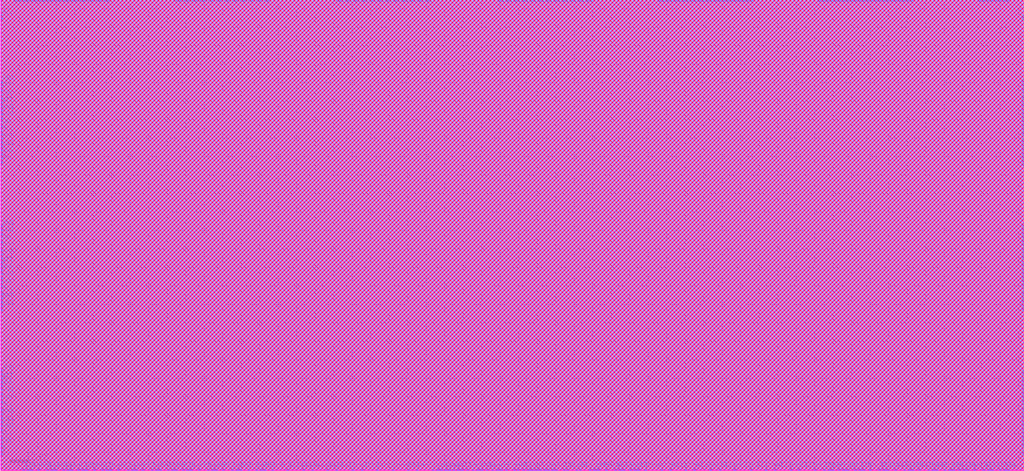
<source format=lef>
# 
#              Synchronous High Speed Single Port SRAM Compiler 
# 
#                    UMC 0.18um GenericII Logic Process
#    __________________________________________________________________________
# 
# 
#      (C) Copyright 2002-2009 Faraday Technology Corp. All Rights Reserved.
#    
#    This source code is an unpublished work belongs to Faraday Technology
#    Corp.  It is considered a trade secret and is not to be divulged or
#    used by parties who have not received written authorization from
#    Faraday Technology Corp.
#    
#    Faraday's home page can be found at:
#    http://www.faraday-tech.com/
#   
#       Module Name      : SUMA180_384X32X1BM1
#       Words            : 384
#       Bits             : 32
#       Byte-Write       : 1
#       Aspect Ratio     : 1
#       Output Loading   : 0.5  (pf)
#       Data Slew        : 0.5  (ns)
#       CK Slew          : 0.5  (ns)
#       Power Ring Width : 2  (um)
# 
# -----------------------------------------------------------------------------
# 
#       Library          : FSA0M_A
#       Memaker          : 200901.2.1
#       Date             : 2022/01/11 11:40:33
# 
# -----------------------------------------------------------------------------


NAMESCASESENSITIVE ON ;
MACRO SUMA180_384X32X1BM1
CLASS BLOCK ;
FOREIGN SUMA180_384X32X1BM1 0.000 0.000 ;
ORIGIN 0.000 0.000 ;
SIZE 553.040 BY 254.800 ;
SYMMETRY x y r90 ;
SITE core ;
PIN VCC
  DIRECTION INOUT ;
  USE POWER ;
  SHAPE ABUTMENT ;
 PORT
  LAYER metal4 ;
  RECT 551.920 243.380 553.040 246.620 ;
  LAYER metal3 ;
  RECT 551.920 243.380 553.040 246.620 ;
  LAYER metal2 ;
  RECT 551.920 243.380 553.040 246.620 ;
  LAYER metal1 ;
  RECT 551.920 243.380 553.040 246.620 ;
 END
 PORT
  LAYER metal4 ;
  RECT 551.920 204.180 553.040 207.420 ;
  LAYER metal3 ;
  RECT 551.920 204.180 553.040 207.420 ;
  LAYER metal2 ;
  RECT 551.920 204.180 553.040 207.420 ;
  LAYER metal1 ;
  RECT 551.920 204.180 553.040 207.420 ;
 END
 PORT
  LAYER metal4 ;
  RECT 551.920 196.340 553.040 199.580 ;
  LAYER metal3 ;
  RECT 551.920 196.340 553.040 199.580 ;
  LAYER metal2 ;
  RECT 551.920 196.340 553.040 199.580 ;
  LAYER metal1 ;
  RECT 551.920 196.340 553.040 199.580 ;
 END
 PORT
  LAYER metal4 ;
  RECT 551.920 188.500 553.040 191.740 ;
  LAYER metal3 ;
  RECT 551.920 188.500 553.040 191.740 ;
  LAYER metal2 ;
  RECT 551.920 188.500 553.040 191.740 ;
  LAYER metal1 ;
  RECT 551.920 188.500 553.040 191.740 ;
 END
 PORT
  LAYER metal4 ;
  RECT 551.920 180.660 553.040 183.900 ;
  LAYER metal3 ;
  RECT 551.920 180.660 553.040 183.900 ;
  LAYER metal2 ;
  RECT 551.920 180.660 553.040 183.900 ;
  LAYER metal1 ;
  RECT 551.920 180.660 553.040 183.900 ;
 END
 PORT
  LAYER metal4 ;
  RECT 551.920 172.820 553.040 176.060 ;
  LAYER metal3 ;
  RECT 551.920 172.820 553.040 176.060 ;
  LAYER metal2 ;
  RECT 551.920 172.820 553.040 176.060 ;
  LAYER metal1 ;
  RECT 551.920 172.820 553.040 176.060 ;
 END
 PORT
  LAYER metal4 ;
  RECT 551.920 164.980 553.040 168.220 ;
  LAYER metal3 ;
  RECT 551.920 164.980 553.040 168.220 ;
  LAYER metal2 ;
  RECT 551.920 164.980 553.040 168.220 ;
  LAYER metal1 ;
  RECT 551.920 164.980 553.040 168.220 ;
 END
 PORT
  LAYER metal4 ;
  RECT 551.920 125.780 553.040 129.020 ;
  LAYER metal3 ;
  RECT 551.920 125.780 553.040 129.020 ;
  LAYER metal2 ;
  RECT 551.920 125.780 553.040 129.020 ;
  LAYER metal1 ;
  RECT 551.920 125.780 553.040 129.020 ;
 END
 PORT
  LAYER metal4 ;
  RECT 551.920 117.940 553.040 121.180 ;
  LAYER metal3 ;
  RECT 551.920 117.940 553.040 121.180 ;
  LAYER metal2 ;
  RECT 551.920 117.940 553.040 121.180 ;
  LAYER metal1 ;
  RECT 551.920 117.940 553.040 121.180 ;
 END
 PORT
  LAYER metal4 ;
  RECT 551.920 110.100 553.040 113.340 ;
  LAYER metal3 ;
  RECT 551.920 110.100 553.040 113.340 ;
  LAYER metal2 ;
  RECT 551.920 110.100 553.040 113.340 ;
  LAYER metal1 ;
  RECT 551.920 110.100 553.040 113.340 ;
 END
 PORT
  LAYER metal4 ;
  RECT 551.920 102.260 553.040 105.500 ;
  LAYER metal3 ;
  RECT 551.920 102.260 553.040 105.500 ;
  LAYER metal2 ;
  RECT 551.920 102.260 553.040 105.500 ;
  LAYER metal1 ;
  RECT 551.920 102.260 553.040 105.500 ;
 END
 PORT
  LAYER metal4 ;
  RECT 551.920 94.420 553.040 97.660 ;
  LAYER metal3 ;
  RECT 551.920 94.420 553.040 97.660 ;
  LAYER metal2 ;
  RECT 551.920 94.420 553.040 97.660 ;
  LAYER metal1 ;
  RECT 551.920 94.420 553.040 97.660 ;
 END
 PORT
  LAYER metal4 ;
  RECT 551.920 86.580 553.040 89.820 ;
  LAYER metal3 ;
  RECT 551.920 86.580 553.040 89.820 ;
  LAYER metal2 ;
  RECT 551.920 86.580 553.040 89.820 ;
  LAYER metal1 ;
  RECT 551.920 86.580 553.040 89.820 ;
 END
 PORT
  LAYER metal4 ;
  RECT 551.920 47.380 553.040 50.620 ;
  LAYER metal3 ;
  RECT 551.920 47.380 553.040 50.620 ;
  LAYER metal2 ;
  RECT 551.920 47.380 553.040 50.620 ;
  LAYER metal1 ;
  RECT 551.920 47.380 553.040 50.620 ;
 END
 PORT
  LAYER metal4 ;
  RECT 551.920 39.540 553.040 42.780 ;
  LAYER metal3 ;
  RECT 551.920 39.540 553.040 42.780 ;
  LAYER metal2 ;
  RECT 551.920 39.540 553.040 42.780 ;
  LAYER metal1 ;
  RECT 551.920 39.540 553.040 42.780 ;
 END
 PORT
  LAYER metal4 ;
  RECT 551.920 31.700 553.040 34.940 ;
  LAYER metal3 ;
  RECT 551.920 31.700 553.040 34.940 ;
  LAYER metal2 ;
  RECT 551.920 31.700 553.040 34.940 ;
  LAYER metal1 ;
  RECT 551.920 31.700 553.040 34.940 ;
 END
 PORT
  LAYER metal4 ;
  RECT 551.920 23.860 553.040 27.100 ;
  LAYER metal3 ;
  RECT 551.920 23.860 553.040 27.100 ;
  LAYER metal2 ;
  RECT 551.920 23.860 553.040 27.100 ;
  LAYER metal1 ;
  RECT 551.920 23.860 553.040 27.100 ;
 END
 PORT
  LAYER metal4 ;
  RECT 551.920 16.020 553.040 19.260 ;
  LAYER metal3 ;
  RECT 551.920 16.020 553.040 19.260 ;
  LAYER metal2 ;
  RECT 551.920 16.020 553.040 19.260 ;
  LAYER metal1 ;
  RECT 551.920 16.020 553.040 19.260 ;
 END
 PORT
  LAYER metal4 ;
  RECT 551.920 8.180 553.040 11.420 ;
  LAYER metal3 ;
  RECT 551.920 8.180 553.040 11.420 ;
  LAYER metal2 ;
  RECT 551.920 8.180 553.040 11.420 ;
  LAYER metal1 ;
  RECT 551.920 8.180 553.040 11.420 ;
 END
 PORT
  LAYER metal4 ;
  RECT 0.000 243.380 1.120 246.620 ;
  LAYER metal3 ;
  RECT 0.000 243.380 1.120 246.620 ;
  LAYER metal2 ;
  RECT 0.000 243.380 1.120 246.620 ;
  LAYER metal1 ;
  RECT 0.000 243.380 1.120 246.620 ;
 END
 PORT
  LAYER metal4 ;
  RECT 0.000 204.180 1.120 207.420 ;
  LAYER metal3 ;
  RECT 0.000 204.180 1.120 207.420 ;
  LAYER metal2 ;
  RECT 0.000 204.180 1.120 207.420 ;
  LAYER metal1 ;
  RECT 0.000 204.180 1.120 207.420 ;
 END
 PORT
  LAYER metal4 ;
  RECT 0.000 196.340 1.120 199.580 ;
  LAYER metal3 ;
  RECT 0.000 196.340 1.120 199.580 ;
  LAYER metal2 ;
  RECT 0.000 196.340 1.120 199.580 ;
  LAYER metal1 ;
  RECT 0.000 196.340 1.120 199.580 ;
 END
 PORT
  LAYER metal4 ;
  RECT 0.000 188.500 1.120 191.740 ;
  LAYER metal3 ;
  RECT 0.000 188.500 1.120 191.740 ;
  LAYER metal2 ;
  RECT 0.000 188.500 1.120 191.740 ;
  LAYER metal1 ;
  RECT 0.000 188.500 1.120 191.740 ;
 END
 PORT
  LAYER metal4 ;
  RECT 0.000 180.660 1.120 183.900 ;
  LAYER metal3 ;
  RECT 0.000 180.660 1.120 183.900 ;
  LAYER metal2 ;
  RECT 0.000 180.660 1.120 183.900 ;
  LAYER metal1 ;
  RECT 0.000 180.660 1.120 183.900 ;
 END
 PORT
  LAYER metal4 ;
  RECT 0.000 172.820 1.120 176.060 ;
  LAYER metal3 ;
  RECT 0.000 172.820 1.120 176.060 ;
  LAYER metal2 ;
  RECT 0.000 172.820 1.120 176.060 ;
  LAYER metal1 ;
  RECT 0.000 172.820 1.120 176.060 ;
 END
 PORT
  LAYER metal4 ;
  RECT 0.000 164.980 1.120 168.220 ;
  LAYER metal3 ;
  RECT 0.000 164.980 1.120 168.220 ;
  LAYER metal2 ;
  RECT 0.000 164.980 1.120 168.220 ;
  LAYER metal1 ;
  RECT 0.000 164.980 1.120 168.220 ;
 END
 PORT
  LAYER metal4 ;
  RECT 0.000 125.780 1.120 129.020 ;
  LAYER metal3 ;
  RECT 0.000 125.780 1.120 129.020 ;
  LAYER metal2 ;
  RECT 0.000 125.780 1.120 129.020 ;
  LAYER metal1 ;
  RECT 0.000 125.780 1.120 129.020 ;
 END
 PORT
  LAYER metal4 ;
  RECT 0.000 117.940 1.120 121.180 ;
  LAYER metal3 ;
  RECT 0.000 117.940 1.120 121.180 ;
  LAYER metal2 ;
  RECT 0.000 117.940 1.120 121.180 ;
  LAYER metal1 ;
  RECT 0.000 117.940 1.120 121.180 ;
 END
 PORT
  LAYER metal4 ;
  RECT 0.000 110.100 1.120 113.340 ;
  LAYER metal3 ;
  RECT 0.000 110.100 1.120 113.340 ;
  LAYER metal2 ;
  RECT 0.000 110.100 1.120 113.340 ;
  LAYER metal1 ;
  RECT 0.000 110.100 1.120 113.340 ;
 END
 PORT
  LAYER metal4 ;
  RECT 0.000 102.260 1.120 105.500 ;
  LAYER metal3 ;
  RECT 0.000 102.260 1.120 105.500 ;
  LAYER metal2 ;
  RECT 0.000 102.260 1.120 105.500 ;
  LAYER metal1 ;
  RECT 0.000 102.260 1.120 105.500 ;
 END
 PORT
  LAYER metal4 ;
  RECT 0.000 94.420 1.120 97.660 ;
  LAYER metal3 ;
  RECT 0.000 94.420 1.120 97.660 ;
  LAYER metal2 ;
  RECT 0.000 94.420 1.120 97.660 ;
  LAYER metal1 ;
  RECT 0.000 94.420 1.120 97.660 ;
 END
 PORT
  LAYER metal4 ;
  RECT 0.000 86.580 1.120 89.820 ;
  LAYER metal3 ;
  RECT 0.000 86.580 1.120 89.820 ;
  LAYER metal2 ;
  RECT 0.000 86.580 1.120 89.820 ;
  LAYER metal1 ;
  RECT 0.000 86.580 1.120 89.820 ;
 END
 PORT
  LAYER metal4 ;
  RECT 0.000 47.380 1.120 50.620 ;
  LAYER metal3 ;
  RECT 0.000 47.380 1.120 50.620 ;
  LAYER metal2 ;
  RECT 0.000 47.380 1.120 50.620 ;
  LAYER metal1 ;
  RECT 0.000 47.380 1.120 50.620 ;
 END
 PORT
  LAYER metal4 ;
  RECT 0.000 39.540 1.120 42.780 ;
  LAYER metal3 ;
  RECT 0.000 39.540 1.120 42.780 ;
  LAYER metal2 ;
  RECT 0.000 39.540 1.120 42.780 ;
  LAYER metal1 ;
  RECT 0.000 39.540 1.120 42.780 ;
 END
 PORT
  LAYER metal4 ;
  RECT 0.000 31.700 1.120 34.940 ;
  LAYER metal3 ;
  RECT 0.000 31.700 1.120 34.940 ;
  LAYER metal2 ;
  RECT 0.000 31.700 1.120 34.940 ;
  LAYER metal1 ;
  RECT 0.000 31.700 1.120 34.940 ;
 END
 PORT
  LAYER metal4 ;
  RECT 0.000 23.860 1.120 27.100 ;
  LAYER metal3 ;
  RECT 0.000 23.860 1.120 27.100 ;
  LAYER metal2 ;
  RECT 0.000 23.860 1.120 27.100 ;
  LAYER metal1 ;
  RECT 0.000 23.860 1.120 27.100 ;
 END
 PORT
  LAYER metal4 ;
  RECT 0.000 16.020 1.120 19.260 ;
  LAYER metal3 ;
  RECT 0.000 16.020 1.120 19.260 ;
  LAYER metal2 ;
  RECT 0.000 16.020 1.120 19.260 ;
  LAYER metal1 ;
  RECT 0.000 16.020 1.120 19.260 ;
 END
 PORT
  LAYER metal4 ;
  RECT 0.000 8.180 1.120 11.420 ;
  LAYER metal3 ;
  RECT 0.000 8.180 1.120 11.420 ;
  LAYER metal2 ;
  RECT 0.000 8.180 1.120 11.420 ;
  LAYER metal1 ;
  RECT 0.000 8.180 1.120 11.420 ;
 END
 PORT
  LAYER metal4 ;
  RECT 537.320 253.680 540.860 254.800 ;
  LAYER metal3 ;
  RECT 537.320 253.680 540.860 254.800 ;
  LAYER metal2 ;
  RECT 537.320 253.680 540.860 254.800 ;
  LAYER metal1 ;
  RECT 537.320 253.680 540.860 254.800 ;
 END
 PORT
  LAYER metal4 ;
  RECT 528.640 253.680 532.180 254.800 ;
  LAYER metal3 ;
  RECT 528.640 253.680 532.180 254.800 ;
  LAYER metal2 ;
  RECT 528.640 253.680 532.180 254.800 ;
  LAYER metal1 ;
  RECT 528.640 253.680 532.180 254.800 ;
 END
 PORT
  LAYER metal4 ;
  RECT 485.240 253.680 488.780 254.800 ;
  LAYER metal3 ;
  RECT 485.240 253.680 488.780 254.800 ;
  LAYER metal2 ;
  RECT 485.240 253.680 488.780 254.800 ;
  LAYER metal1 ;
  RECT 485.240 253.680 488.780 254.800 ;
 END
 PORT
  LAYER metal4 ;
  RECT 476.560 253.680 480.100 254.800 ;
  LAYER metal3 ;
  RECT 476.560 253.680 480.100 254.800 ;
  LAYER metal2 ;
  RECT 476.560 253.680 480.100 254.800 ;
  LAYER metal1 ;
  RECT 476.560 253.680 480.100 254.800 ;
 END
 PORT
  LAYER metal4 ;
  RECT 467.880 253.680 471.420 254.800 ;
  LAYER metal3 ;
  RECT 467.880 253.680 471.420 254.800 ;
  LAYER metal2 ;
  RECT 467.880 253.680 471.420 254.800 ;
  LAYER metal1 ;
  RECT 467.880 253.680 471.420 254.800 ;
 END
 PORT
  LAYER metal4 ;
  RECT 459.200 253.680 462.740 254.800 ;
  LAYER metal3 ;
  RECT 459.200 253.680 462.740 254.800 ;
  LAYER metal2 ;
  RECT 459.200 253.680 462.740 254.800 ;
  LAYER metal1 ;
  RECT 459.200 253.680 462.740 254.800 ;
 END
 PORT
  LAYER metal4 ;
  RECT 450.520 253.680 454.060 254.800 ;
  LAYER metal3 ;
  RECT 450.520 253.680 454.060 254.800 ;
  LAYER metal2 ;
  RECT 450.520 253.680 454.060 254.800 ;
  LAYER metal1 ;
  RECT 450.520 253.680 454.060 254.800 ;
 END
 PORT
  LAYER metal4 ;
  RECT 441.840 253.680 445.380 254.800 ;
  LAYER metal3 ;
  RECT 441.840 253.680 445.380 254.800 ;
  LAYER metal2 ;
  RECT 441.840 253.680 445.380 254.800 ;
  LAYER metal1 ;
  RECT 441.840 253.680 445.380 254.800 ;
 END
 PORT
  LAYER metal4 ;
  RECT 398.440 253.680 401.980 254.800 ;
  LAYER metal3 ;
  RECT 398.440 253.680 401.980 254.800 ;
  LAYER metal2 ;
  RECT 398.440 253.680 401.980 254.800 ;
  LAYER metal1 ;
  RECT 398.440 253.680 401.980 254.800 ;
 END
 PORT
  LAYER metal4 ;
  RECT 389.760 253.680 393.300 254.800 ;
  LAYER metal3 ;
  RECT 389.760 253.680 393.300 254.800 ;
  LAYER metal2 ;
  RECT 389.760 253.680 393.300 254.800 ;
  LAYER metal1 ;
  RECT 389.760 253.680 393.300 254.800 ;
 END
 PORT
  LAYER metal4 ;
  RECT 381.080 253.680 384.620 254.800 ;
  LAYER metal3 ;
  RECT 381.080 253.680 384.620 254.800 ;
  LAYER metal2 ;
  RECT 381.080 253.680 384.620 254.800 ;
  LAYER metal1 ;
  RECT 381.080 253.680 384.620 254.800 ;
 END
 PORT
  LAYER metal4 ;
  RECT 372.400 253.680 375.940 254.800 ;
  LAYER metal3 ;
  RECT 372.400 253.680 375.940 254.800 ;
  LAYER metal2 ;
  RECT 372.400 253.680 375.940 254.800 ;
  LAYER metal1 ;
  RECT 372.400 253.680 375.940 254.800 ;
 END
 PORT
  LAYER metal4 ;
  RECT 363.720 253.680 367.260 254.800 ;
  LAYER metal3 ;
  RECT 363.720 253.680 367.260 254.800 ;
  LAYER metal2 ;
  RECT 363.720 253.680 367.260 254.800 ;
  LAYER metal1 ;
  RECT 363.720 253.680 367.260 254.800 ;
 END
 PORT
  LAYER metal4 ;
  RECT 355.040 253.680 358.580 254.800 ;
  LAYER metal3 ;
  RECT 355.040 253.680 358.580 254.800 ;
  LAYER metal2 ;
  RECT 355.040 253.680 358.580 254.800 ;
  LAYER metal1 ;
  RECT 355.040 253.680 358.580 254.800 ;
 END
 PORT
  LAYER metal4 ;
  RECT 311.640 253.680 315.180 254.800 ;
  LAYER metal3 ;
  RECT 311.640 253.680 315.180 254.800 ;
  LAYER metal2 ;
  RECT 311.640 253.680 315.180 254.800 ;
  LAYER metal1 ;
  RECT 311.640 253.680 315.180 254.800 ;
 END
 PORT
  LAYER metal4 ;
  RECT 302.960 253.680 306.500 254.800 ;
  LAYER metal3 ;
  RECT 302.960 253.680 306.500 254.800 ;
  LAYER metal2 ;
  RECT 302.960 253.680 306.500 254.800 ;
  LAYER metal1 ;
  RECT 302.960 253.680 306.500 254.800 ;
 END
 PORT
  LAYER metal4 ;
  RECT 294.280 253.680 297.820 254.800 ;
  LAYER metal3 ;
  RECT 294.280 253.680 297.820 254.800 ;
  LAYER metal2 ;
  RECT 294.280 253.680 297.820 254.800 ;
  LAYER metal1 ;
  RECT 294.280 253.680 297.820 254.800 ;
 END
 PORT
  LAYER metal4 ;
  RECT 285.600 253.680 289.140 254.800 ;
  LAYER metal3 ;
  RECT 285.600 253.680 289.140 254.800 ;
  LAYER metal2 ;
  RECT 285.600 253.680 289.140 254.800 ;
  LAYER metal1 ;
  RECT 285.600 253.680 289.140 254.800 ;
 END
 PORT
  LAYER metal4 ;
  RECT 276.920 253.680 280.460 254.800 ;
  LAYER metal3 ;
  RECT 276.920 253.680 280.460 254.800 ;
  LAYER metal2 ;
  RECT 276.920 253.680 280.460 254.800 ;
  LAYER metal1 ;
  RECT 276.920 253.680 280.460 254.800 ;
 END
 PORT
  LAYER metal4 ;
  RECT 268.240 253.680 271.780 254.800 ;
  LAYER metal3 ;
  RECT 268.240 253.680 271.780 254.800 ;
  LAYER metal2 ;
  RECT 268.240 253.680 271.780 254.800 ;
  LAYER metal1 ;
  RECT 268.240 253.680 271.780 254.800 ;
 END
 PORT
  LAYER metal4 ;
  RECT 224.840 253.680 228.380 254.800 ;
  LAYER metal3 ;
  RECT 224.840 253.680 228.380 254.800 ;
  LAYER metal2 ;
  RECT 224.840 253.680 228.380 254.800 ;
  LAYER metal1 ;
  RECT 224.840 253.680 228.380 254.800 ;
 END
 PORT
  LAYER metal4 ;
  RECT 216.160 253.680 219.700 254.800 ;
  LAYER metal3 ;
  RECT 216.160 253.680 219.700 254.800 ;
  LAYER metal2 ;
  RECT 216.160 253.680 219.700 254.800 ;
  LAYER metal1 ;
  RECT 216.160 253.680 219.700 254.800 ;
 END
 PORT
  LAYER metal4 ;
  RECT 207.480 253.680 211.020 254.800 ;
  LAYER metal3 ;
  RECT 207.480 253.680 211.020 254.800 ;
  LAYER metal2 ;
  RECT 207.480 253.680 211.020 254.800 ;
  LAYER metal1 ;
  RECT 207.480 253.680 211.020 254.800 ;
 END
 PORT
  LAYER metal4 ;
  RECT 198.800 253.680 202.340 254.800 ;
  LAYER metal3 ;
  RECT 198.800 253.680 202.340 254.800 ;
  LAYER metal2 ;
  RECT 198.800 253.680 202.340 254.800 ;
  LAYER metal1 ;
  RECT 198.800 253.680 202.340 254.800 ;
 END
 PORT
  LAYER metal4 ;
  RECT 190.120 253.680 193.660 254.800 ;
  LAYER metal3 ;
  RECT 190.120 253.680 193.660 254.800 ;
  LAYER metal2 ;
  RECT 190.120 253.680 193.660 254.800 ;
  LAYER metal1 ;
  RECT 190.120 253.680 193.660 254.800 ;
 END
 PORT
  LAYER metal4 ;
  RECT 181.440 253.680 184.980 254.800 ;
  LAYER metal3 ;
  RECT 181.440 253.680 184.980 254.800 ;
  LAYER metal2 ;
  RECT 181.440 253.680 184.980 254.800 ;
  LAYER metal1 ;
  RECT 181.440 253.680 184.980 254.800 ;
 END
 PORT
  LAYER metal4 ;
  RECT 138.040 253.680 141.580 254.800 ;
  LAYER metal3 ;
  RECT 138.040 253.680 141.580 254.800 ;
  LAYER metal2 ;
  RECT 138.040 253.680 141.580 254.800 ;
  LAYER metal1 ;
  RECT 138.040 253.680 141.580 254.800 ;
 END
 PORT
  LAYER metal4 ;
  RECT 129.360 253.680 132.900 254.800 ;
  LAYER metal3 ;
  RECT 129.360 253.680 132.900 254.800 ;
  LAYER metal2 ;
  RECT 129.360 253.680 132.900 254.800 ;
  LAYER metal1 ;
  RECT 129.360 253.680 132.900 254.800 ;
 END
 PORT
  LAYER metal4 ;
  RECT 120.680 253.680 124.220 254.800 ;
  LAYER metal3 ;
  RECT 120.680 253.680 124.220 254.800 ;
  LAYER metal2 ;
  RECT 120.680 253.680 124.220 254.800 ;
  LAYER metal1 ;
  RECT 120.680 253.680 124.220 254.800 ;
 END
 PORT
  LAYER metal4 ;
  RECT 112.000 253.680 115.540 254.800 ;
  LAYER metal3 ;
  RECT 112.000 253.680 115.540 254.800 ;
  LAYER metal2 ;
  RECT 112.000 253.680 115.540 254.800 ;
  LAYER metal1 ;
  RECT 112.000 253.680 115.540 254.800 ;
 END
 PORT
  LAYER metal4 ;
  RECT 103.320 253.680 106.860 254.800 ;
  LAYER metal3 ;
  RECT 103.320 253.680 106.860 254.800 ;
  LAYER metal2 ;
  RECT 103.320 253.680 106.860 254.800 ;
  LAYER metal1 ;
  RECT 103.320 253.680 106.860 254.800 ;
 END
 PORT
  LAYER metal4 ;
  RECT 94.640 253.680 98.180 254.800 ;
  LAYER metal3 ;
  RECT 94.640 253.680 98.180 254.800 ;
  LAYER metal2 ;
  RECT 94.640 253.680 98.180 254.800 ;
  LAYER metal1 ;
  RECT 94.640 253.680 98.180 254.800 ;
 END
 PORT
  LAYER metal4 ;
  RECT 51.240 253.680 54.780 254.800 ;
  LAYER metal3 ;
  RECT 51.240 253.680 54.780 254.800 ;
  LAYER metal2 ;
  RECT 51.240 253.680 54.780 254.800 ;
  LAYER metal1 ;
  RECT 51.240 253.680 54.780 254.800 ;
 END
 PORT
  LAYER metal4 ;
  RECT 42.560 253.680 46.100 254.800 ;
  LAYER metal3 ;
  RECT 42.560 253.680 46.100 254.800 ;
  LAYER metal2 ;
  RECT 42.560 253.680 46.100 254.800 ;
  LAYER metal1 ;
  RECT 42.560 253.680 46.100 254.800 ;
 END
 PORT
  LAYER metal4 ;
  RECT 33.880 253.680 37.420 254.800 ;
  LAYER metal3 ;
  RECT 33.880 253.680 37.420 254.800 ;
  LAYER metal2 ;
  RECT 33.880 253.680 37.420 254.800 ;
  LAYER metal1 ;
  RECT 33.880 253.680 37.420 254.800 ;
 END
 PORT
  LAYER metal4 ;
  RECT 25.200 253.680 28.740 254.800 ;
  LAYER metal3 ;
  RECT 25.200 253.680 28.740 254.800 ;
  LAYER metal2 ;
  RECT 25.200 253.680 28.740 254.800 ;
  LAYER metal1 ;
  RECT 25.200 253.680 28.740 254.800 ;
 END
 PORT
  LAYER metal4 ;
  RECT 16.520 253.680 20.060 254.800 ;
  LAYER metal3 ;
  RECT 16.520 253.680 20.060 254.800 ;
  LAYER metal2 ;
  RECT 16.520 253.680 20.060 254.800 ;
  LAYER metal1 ;
  RECT 16.520 253.680 20.060 254.800 ;
 END
 PORT
  LAYER metal4 ;
  RECT 7.840 253.680 11.380 254.800 ;
  LAYER metal3 ;
  RECT 7.840 253.680 11.380 254.800 ;
  LAYER metal2 ;
  RECT 7.840 253.680 11.380 254.800 ;
  LAYER metal1 ;
  RECT 7.840 253.680 11.380 254.800 ;
 END
 PORT
  LAYER metal4 ;
  RECT 532.980 0.000 536.520 1.120 ;
  LAYER metal3 ;
  RECT 532.980 0.000 536.520 1.120 ;
  LAYER metal2 ;
  RECT 532.980 0.000 536.520 1.120 ;
  LAYER metal1 ;
  RECT 532.980 0.000 536.520 1.120 ;
 END
 PORT
  LAYER metal4 ;
  RECT 511.900 0.000 515.440 1.120 ;
  LAYER metal3 ;
  RECT 511.900 0.000 515.440 1.120 ;
  LAYER metal2 ;
  RECT 511.900 0.000 515.440 1.120 ;
  LAYER metal1 ;
  RECT 511.900 0.000 515.440 1.120 ;
 END
 PORT
  LAYER metal4 ;
  RECT 490.200 0.000 493.740 1.120 ;
  LAYER metal3 ;
  RECT 490.200 0.000 493.740 1.120 ;
  LAYER metal2 ;
  RECT 490.200 0.000 493.740 1.120 ;
  LAYER metal1 ;
  RECT 490.200 0.000 493.740 1.120 ;
 END
 PORT
  LAYER metal4 ;
  RECT 463.540 0.000 467.080 1.120 ;
  LAYER metal3 ;
  RECT 463.540 0.000 467.080 1.120 ;
  LAYER metal2 ;
  RECT 463.540 0.000 467.080 1.120 ;
  LAYER metal1 ;
  RECT 463.540 0.000 467.080 1.120 ;
 END
 PORT
  LAYER metal4 ;
  RECT 446.800 0.000 450.340 1.120 ;
  LAYER metal3 ;
  RECT 446.800 0.000 450.340 1.120 ;
  LAYER metal2 ;
  RECT 446.800 0.000 450.340 1.120 ;
  LAYER metal1 ;
  RECT 446.800 0.000 450.340 1.120 ;
 END
 PORT
  LAYER metal4 ;
  RECT 333.960 0.000 337.500 1.120 ;
  LAYER metal3 ;
  RECT 333.960 0.000 337.500 1.120 ;
  LAYER metal2 ;
  RECT 333.960 0.000 337.500 1.120 ;
  LAYER metal1 ;
  RECT 333.960 0.000 337.500 1.120 ;
 END
 PORT
  LAYER metal4 ;
  RECT 297.380 0.000 300.920 1.120 ;
  LAYER metal3 ;
  RECT 297.380 0.000 300.920 1.120 ;
  LAYER metal2 ;
  RECT 297.380 0.000 300.920 1.120 ;
  LAYER metal1 ;
  RECT 297.380 0.000 300.920 1.120 ;
 END
 PORT
  LAYER metal4 ;
  RECT 288.700 0.000 292.240 1.120 ;
  LAYER metal3 ;
  RECT 288.700 0.000 292.240 1.120 ;
  LAYER metal2 ;
  RECT 288.700 0.000 292.240 1.120 ;
  LAYER metal1 ;
  RECT 288.700 0.000 292.240 1.120 ;
 END
 PORT
  LAYER metal4 ;
  RECT 267.620 0.000 271.160 1.120 ;
  LAYER metal3 ;
  RECT 267.620 0.000 271.160 1.120 ;
  LAYER metal2 ;
  RECT 267.620 0.000 271.160 1.120 ;
  LAYER metal1 ;
  RECT 267.620 0.000 271.160 1.120 ;
 END
 PORT
  LAYER metal4 ;
  RECT 246.540 0.000 250.080 1.120 ;
  LAYER metal3 ;
  RECT 246.540 0.000 250.080 1.120 ;
  LAYER metal2 ;
  RECT 246.540 0.000 250.080 1.120 ;
  LAYER metal1 ;
  RECT 246.540 0.000 250.080 1.120 ;
 END
 PORT
  LAYER metal4 ;
  RECT 235.380 0.000 238.920 1.120 ;
  LAYER metal3 ;
  RECT 235.380 0.000 238.920 1.120 ;
  LAYER metal2 ;
  RECT 235.380 0.000 238.920 1.120 ;
  LAYER metal1 ;
  RECT 235.380 0.000 238.920 1.120 ;
 END
 PORT
  LAYER metal4 ;
  RECT 126.880 0.000 130.420 1.120 ;
  LAYER metal3 ;
  RECT 126.880 0.000 130.420 1.120 ;
  LAYER metal2 ;
  RECT 126.880 0.000 130.420 1.120 ;
  LAYER metal1 ;
  RECT 126.880 0.000 130.420 1.120 ;
 END
 PORT
  LAYER metal4 ;
  RECT 100.220 0.000 103.760 1.120 ;
  LAYER metal3 ;
  RECT 100.220 0.000 103.760 1.120 ;
  LAYER metal2 ;
  RECT 100.220 0.000 103.760 1.120 ;
  LAYER metal1 ;
  RECT 100.220 0.000 103.760 1.120 ;
 END
 PORT
  LAYER metal4 ;
  RECT 83.480 0.000 87.020 1.120 ;
  LAYER metal3 ;
  RECT 83.480 0.000 87.020 1.120 ;
  LAYER metal2 ;
  RECT 83.480 0.000 87.020 1.120 ;
  LAYER metal1 ;
  RECT 83.480 0.000 87.020 1.120 ;
 END
 PORT
  LAYER metal4 ;
  RECT 56.820 0.000 60.360 1.120 ;
  LAYER metal3 ;
  RECT 56.820 0.000 60.360 1.120 ;
  LAYER metal2 ;
  RECT 56.820 0.000 60.360 1.120 ;
  LAYER metal1 ;
  RECT 56.820 0.000 60.360 1.120 ;
 END
 PORT
  LAYER metal4 ;
  RECT 35.740 0.000 39.280 1.120 ;
  LAYER metal3 ;
  RECT 35.740 0.000 39.280 1.120 ;
  LAYER metal2 ;
  RECT 35.740 0.000 39.280 1.120 ;
  LAYER metal1 ;
  RECT 35.740 0.000 39.280 1.120 ;
 END
 PORT
  LAYER metal4 ;
  RECT 14.040 0.000 17.580 1.120 ;
  LAYER metal3 ;
  RECT 14.040 0.000 17.580 1.120 ;
  LAYER metal2 ;
  RECT 14.040 0.000 17.580 1.120 ;
  LAYER metal1 ;
  RECT 14.040 0.000 17.580 1.120 ;
 END
END VCC
PIN GND
  DIRECTION INOUT ;
  USE GROUND ;
  SHAPE ABUTMENT ;
 PORT
  LAYER metal4 ;
  RECT 551.920 208.100 553.040 211.340 ;
  LAYER metal3 ;
  RECT 551.920 208.100 553.040 211.340 ;
  LAYER metal2 ;
  RECT 551.920 208.100 553.040 211.340 ;
  LAYER metal1 ;
  RECT 551.920 208.100 553.040 211.340 ;
 END
 PORT
  LAYER metal4 ;
  RECT 551.920 200.260 553.040 203.500 ;
  LAYER metal3 ;
  RECT 551.920 200.260 553.040 203.500 ;
  LAYER metal2 ;
  RECT 551.920 200.260 553.040 203.500 ;
  LAYER metal1 ;
  RECT 551.920 200.260 553.040 203.500 ;
 END
 PORT
  LAYER metal4 ;
  RECT 551.920 192.420 553.040 195.660 ;
  LAYER metal3 ;
  RECT 551.920 192.420 553.040 195.660 ;
  LAYER metal2 ;
  RECT 551.920 192.420 553.040 195.660 ;
  LAYER metal1 ;
  RECT 551.920 192.420 553.040 195.660 ;
 END
 PORT
  LAYER metal4 ;
  RECT 551.920 184.580 553.040 187.820 ;
  LAYER metal3 ;
  RECT 551.920 184.580 553.040 187.820 ;
  LAYER metal2 ;
  RECT 551.920 184.580 553.040 187.820 ;
  LAYER metal1 ;
  RECT 551.920 184.580 553.040 187.820 ;
 END
 PORT
  LAYER metal4 ;
  RECT 551.920 176.740 553.040 179.980 ;
  LAYER metal3 ;
  RECT 551.920 176.740 553.040 179.980 ;
  LAYER metal2 ;
  RECT 551.920 176.740 553.040 179.980 ;
  LAYER metal1 ;
  RECT 551.920 176.740 553.040 179.980 ;
 END
 PORT
  LAYER metal4 ;
  RECT 551.920 168.900 553.040 172.140 ;
  LAYER metal3 ;
  RECT 551.920 168.900 553.040 172.140 ;
  LAYER metal2 ;
  RECT 551.920 168.900 553.040 172.140 ;
  LAYER metal1 ;
  RECT 551.920 168.900 553.040 172.140 ;
 END
 PORT
  LAYER metal4 ;
  RECT 551.920 129.700 553.040 132.940 ;
  LAYER metal3 ;
  RECT 551.920 129.700 553.040 132.940 ;
  LAYER metal2 ;
  RECT 551.920 129.700 553.040 132.940 ;
  LAYER metal1 ;
  RECT 551.920 129.700 553.040 132.940 ;
 END
 PORT
  LAYER metal4 ;
  RECT 551.920 121.860 553.040 125.100 ;
  LAYER metal3 ;
  RECT 551.920 121.860 553.040 125.100 ;
  LAYER metal2 ;
  RECT 551.920 121.860 553.040 125.100 ;
  LAYER metal1 ;
  RECT 551.920 121.860 553.040 125.100 ;
 END
 PORT
  LAYER metal4 ;
  RECT 551.920 114.020 553.040 117.260 ;
  LAYER metal3 ;
  RECT 551.920 114.020 553.040 117.260 ;
  LAYER metal2 ;
  RECT 551.920 114.020 553.040 117.260 ;
  LAYER metal1 ;
  RECT 551.920 114.020 553.040 117.260 ;
 END
 PORT
  LAYER metal4 ;
  RECT 551.920 106.180 553.040 109.420 ;
  LAYER metal3 ;
  RECT 551.920 106.180 553.040 109.420 ;
  LAYER metal2 ;
  RECT 551.920 106.180 553.040 109.420 ;
  LAYER metal1 ;
  RECT 551.920 106.180 553.040 109.420 ;
 END
 PORT
  LAYER metal4 ;
  RECT 551.920 98.340 553.040 101.580 ;
  LAYER metal3 ;
  RECT 551.920 98.340 553.040 101.580 ;
  LAYER metal2 ;
  RECT 551.920 98.340 553.040 101.580 ;
  LAYER metal1 ;
  RECT 551.920 98.340 553.040 101.580 ;
 END
 PORT
  LAYER metal4 ;
  RECT 551.920 90.500 553.040 93.740 ;
  LAYER metal3 ;
  RECT 551.920 90.500 553.040 93.740 ;
  LAYER metal2 ;
  RECT 551.920 90.500 553.040 93.740 ;
  LAYER metal1 ;
  RECT 551.920 90.500 553.040 93.740 ;
 END
 PORT
  LAYER metal4 ;
  RECT 551.920 51.300 553.040 54.540 ;
  LAYER metal3 ;
  RECT 551.920 51.300 553.040 54.540 ;
  LAYER metal2 ;
  RECT 551.920 51.300 553.040 54.540 ;
  LAYER metal1 ;
  RECT 551.920 51.300 553.040 54.540 ;
 END
 PORT
  LAYER metal4 ;
  RECT 551.920 43.460 553.040 46.700 ;
  LAYER metal3 ;
  RECT 551.920 43.460 553.040 46.700 ;
  LAYER metal2 ;
  RECT 551.920 43.460 553.040 46.700 ;
  LAYER metal1 ;
  RECT 551.920 43.460 553.040 46.700 ;
 END
 PORT
  LAYER metal4 ;
  RECT 551.920 35.620 553.040 38.860 ;
  LAYER metal3 ;
  RECT 551.920 35.620 553.040 38.860 ;
  LAYER metal2 ;
  RECT 551.920 35.620 553.040 38.860 ;
  LAYER metal1 ;
  RECT 551.920 35.620 553.040 38.860 ;
 END
 PORT
  LAYER metal4 ;
  RECT 551.920 27.780 553.040 31.020 ;
  LAYER metal3 ;
  RECT 551.920 27.780 553.040 31.020 ;
  LAYER metal2 ;
  RECT 551.920 27.780 553.040 31.020 ;
  LAYER metal1 ;
  RECT 551.920 27.780 553.040 31.020 ;
 END
 PORT
  LAYER metal4 ;
  RECT 551.920 19.940 553.040 23.180 ;
  LAYER metal3 ;
  RECT 551.920 19.940 553.040 23.180 ;
  LAYER metal2 ;
  RECT 551.920 19.940 553.040 23.180 ;
  LAYER metal1 ;
  RECT 551.920 19.940 553.040 23.180 ;
 END
 PORT
  LAYER metal4 ;
  RECT 551.920 12.100 553.040 15.340 ;
  LAYER metal3 ;
  RECT 551.920 12.100 553.040 15.340 ;
  LAYER metal2 ;
  RECT 551.920 12.100 553.040 15.340 ;
  LAYER metal1 ;
  RECT 551.920 12.100 553.040 15.340 ;
 END
 PORT
  LAYER metal4 ;
  RECT 0.000 208.100 1.120 211.340 ;
  LAYER metal3 ;
  RECT 0.000 208.100 1.120 211.340 ;
  LAYER metal2 ;
  RECT 0.000 208.100 1.120 211.340 ;
  LAYER metal1 ;
  RECT 0.000 208.100 1.120 211.340 ;
 END
 PORT
  LAYER metal4 ;
  RECT 0.000 200.260 1.120 203.500 ;
  LAYER metal3 ;
  RECT 0.000 200.260 1.120 203.500 ;
  LAYER metal2 ;
  RECT 0.000 200.260 1.120 203.500 ;
  LAYER metal1 ;
  RECT 0.000 200.260 1.120 203.500 ;
 END
 PORT
  LAYER metal4 ;
  RECT 0.000 192.420 1.120 195.660 ;
  LAYER metal3 ;
  RECT 0.000 192.420 1.120 195.660 ;
  LAYER metal2 ;
  RECT 0.000 192.420 1.120 195.660 ;
  LAYER metal1 ;
  RECT 0.000 192.420 1.120 195.660 ;
 END
 PORT
  LAYER metal4 ;
  RECT 0.000 184.580 1.120 187.820 ;
  LAYER metal3 ;
  RECT 0.000 184.580 1.120 187.820 ;
  LAYER metal2 ;
  RECT 0.000 184.580 1.120 187.820 ;
  LAYER metal1 ;
  RECT 0.000 184.580 1.120 187.820 ;
 END
 PORT
  LAYER metal4 ;
  RECT 0.000 176.740 1.120 179.980 ;
  LAYER metal3 ;
  RECT 0.000 176.740 1.120 179.980 ;
  LAYER metal2 ;
  RECT 0.000 176.740 1.120 179.980 ;
  LAYER metal1 ;
  RECT 0.000 176.740 1.120 179.980 ;
 END
 PORT
  LAYER metal4 ;
  RECT 0.000 168.900 1.120 172.140 ;
  LAYER metal3 ;
  RECT 0.000 168.900 1.120 172.140 ;
  LAYER metal2 ;
  RECT 0.000 168.900 1.120 172.140 ;
  LAYER metal1 ;
  RECT 0.000 168.900 1.120 172.140 ;
 END
 PORT
  LAYER metal4 ;
  RECT 0.000 129.700 1.120 132.940 ;
  LAYER metal3 ;
  RECT 0.000 129.700 1.120 132.940 ;
  LAYER metal2 ;
  RECT 0.000 129.700 1.120 132.940 ;
  LAYER metal1 ;
  RECT 0.000 129.700 1.120 132.940 ;
 END
 PORT
  LAYER metal4 ;
  RECT 0.000 121.860 1.120 125.100 ;
  LAYER metal3 ;
  RECT 0.000 121.860 1.120 125.100 ;
  LAYER metal2 ;
  RECT 0.000 121.860 1.120 125.100 ;
  LAYER metal1 ;
  RECT 0.000 121.860 1.120 125.100 ;
 END
 PORT
  LAYER metal4 ;
  RECT 0.000 114.020 1.120 117.260 ;
  LAYER metal3 ;
  RECT 0.000 114.020 1.120 117.260 ;
  LAYER metal2 ;
  RECT 0.000 114.020 1.120 117.260 ;
  LAYER metal1 ;
  RECT 0.000 114.020 1.120 117.260 ;
 END
 PORT
  LAYER metal4 ;
  RECT 0.000 106.180 1.120 109.420 ;
  LAYER metal3 ;
  RECT 0.000 106.180 1.120 109.420 ;
  LAYER metal2 ;
  RECT 0.000 106.180 1.120 109.420 ;
  LAYER metal1 ;
  RECT 0.000 106.180 1.120 109.420 ;
 END
 PORT
  LAYER metal4 ;
  RECT 0.000 98.340 1.120 101.580 ;
  LAYER metal3 ;
  RECT 0.000 98.340 1.120 101.580 ;
  LAYER metal2 ;
  RECT 0.000 98.340 1.120 101.580 ;
  LAYER metal1 ;
  RECT 0.000 98.340 1.120 101.580 ;
 END
 PORT
  LAYER metal4 ;
  RECT 0.000 90.500 1.120 93.740 ;
  LAYER metal3 ;
  RECT 0.000 90.500 1.120 93.740 ;
  LAYER metal2 ;
  RECT 0.000 90.500 1.120 93.740 ;
  LAYER metal1 ;
  RECT 0.000 90.500 1.120 93.740 ;
 END
 PORT
  LAYER metal4 ;
  RECT 0.000 51.300 1.120 54.540 ;
  LAYER metal3 ;
  RECT 0.000 51.300 1.120 54.540 ;
  LAYER metal2 ;
  RECT 0.000 51.300 1.120 54.540 ;
  LAYER metal1 ;
  RECT 0.000 51.300 1.120 54.540 ;
 END
 PORT
  LAYER metal4 ;
  RECT 0.000 43.460 1.120 46.700 ;
  LAYER metal3 ;
  RECT 0.000 43.460 1.120 46.700 ;
  LAYER metal2 ;
  RECT 0.000 43.460 1.120 46.700 ;
  LAYER metal1 ;
  RECT 0.000 43.460 1.120 46.700 ;
 END
 PORT
  LAYER metal4 ;
  RECT 0.000 35.620 1.120 38.860 ;
  LAYER metal3 ;
  RECT 0.000 35.620 1.120 38.860 ;
  LAYER metal2 ;
  RECT 0.000 35.620 1.120 38.860 ;
  LAYER metal1 ;
  RECT 0.000 35.620 1.120 38.860 ;
 END
 PORT
  LAYER metal4 ;
  RECT 0.000 27.780 1.120 31.020 ;
  LAYER metal3 ;
  RECT 0.000 27.780 1.120 31.020 ;
  LAYER metal2 ;
  RECT 0.000 27.780 1.120 31.020 ;
  LAYER metal1 ;
  RECT 0.000 27.780 1.120 31.020 ;
 END
 PORT
  LAYER metal4 ;
  RECT 0.000 19.940 1.120 23.180 ;
  LAYER metal3 ;
  RECT 0.000 19.940 1.120 23.180 ;
  LAYER metal2 ;
  RECT 0.000 19.940 1.120 23.180 ;
  LAYER metal1 ;
  RECT 0.000 19.940 1.120 23.180 ;
 END
 PORT
  LAYER metal4 ;
  RECT 0.000 12.100 1.120 15.340 ;
  LAYER metal3 ;
  RECT 0.000 12.100 1.120 15.340 ;
  LAYER metal2 ;
  RECT 0.000 12.100 1.120 15.340 ;
  LAYER metal1 ;
  RECT 0.000 12.100 1.120 15.340 ;
 END
 PORT
  LAYER metal4 ;
  RECT 541.660 253.680 545.200 254.800 ;
  LAYER metal3 ;
  RECT 541.660 253.680 545.200 254.800 ;
  LAYER metal2 ;
  RECT 541.660 253.680 545.200 254.800 ;
  LAYER metal1 ;
  RECT 541.660 253.680 545.200 254.800 ;
 END
 PORT
  LAYER metal4 ;
  RECT 532.980 253.680 536.520 254.800 ;
  LAYER metal3 ;
  RECT 532.980 253.680 536.520 254.800 ;
  LAYER metal2 ;
  RECT 532.980 253.680 536.520 254.800 ;
  LAYER metal1 ;
  RECT 532.980 253.680 536.520 254.800 ;
 END
 PORT
  LAYER metal4 ;
  RECT 489.580 253.680 493.120 254.800 ;
  LAYER metal3 ;
  RECT 489.580 253.680 493.120 254.800 ;
  LAYER metal2 ;
  RECT 489.580 253.680 493.120 254.800 ;
  LAYER metal1 ;
  RECT 489.580 253.680 493.120 254.800 ;
 END
 PORT
  LAYER metal4 ;
  RECT 480.900 253.680 484.440 254.800 ;
  LAYER metal3 ;
  RECT 480.900 253.680 484.440 254.800 ;
  LAYER metal2 ;
  RECT 480.900 253.680 484.440 254.800 ;
  LAYER metal1 ;
  RECT 480.900 253.680 484.440 254.800 ;
 END
 PORT
  LAYER metal4 ;
  RECT 472.220 253.680 475.760 254.800 ;
  LAYER metal3 ;
  RECT 472.220 253.680 475.760 254.800 ;
  LAYER metal2 ;
  RECT 472.220 253.680 475.760 254.800 ;
  LAYER metal1 ;
  RECT 472.220 253.680 475.760 254.800 ;
 END
 PORT
  LAYER metal4 ;
  RECT 463.540 253.680 467.080 254.800 ;
  LAYER metal3 ;
  RECT 463.540 253.680 467.080 254.800 ;
  LAYER metal2 ;
  RECT 463.540 253.680 467.080 254.800 ;
  LAYER metal1 ;
  RECT 463.540 253.680 467.080 254.800 ;
 END
 PORT
  LAYER metal4 ;
  RECT 454.860 253.680 458.400 254.800 ;
  LAYER metal3 ;
  RECT 454.860 253.680 458.400 254.800 ;
  LAYER metal2 ;
  RECT 454.860 253.680 458.400 254.800 ;
  LAYER metal1 ;
  RECT 454.860 253.680 458.400 254.800 ;
 END
 PORT
  LAYER metal4 ;
  RECT 446.180 253.680 449.720 254.800 ;
  LAYER metal3 ;
  RECT 446.180 253.680 449.720 254.800 ;
  LAYER metal2 ;
  RECT 446.180 253.680 449.720 254.800 ;
  LAYER metal1 ;
  RECT 446.180 253.680 449.720 254.800 ;
 END
 PORT
  LAYER metal4 ;
  RECT 402.780 253.680 406.320 254.800 ;
  LAYER metal3 ;
  RECT 402.780 253.680 406.320 254.800 ;
  LAYER metal2 ;
  RECT 402.780 253.680 406.320 254.800 ;
  LAYER metal1 ;
  RECT 402.780 253.680 406.320 254.800 ;
 END
 PORT
  LAYER metal4 ;
  RECT 394.100 253.680 397.640 254.800 ;
  LAYER metal3 ;
  RECT 394.100 253.680 397.640 254.800 ;
  LAYER metal2 ;
  RECT 394.100 253.680 397.640 254.800 ;
  LAYER metal1 ;
  RECT 394.100 253.680 397.640 254.800 ;
 END
 PORT
  LAYER metal4 ;
  RECT 385.420 253.680 388.960 254.800 ;
  LAYER metal3 ;
  RECT 385.420 253.680 388.960 254.800 ;
  LAYER metal2 ;
  RECT 385.420 253.680 388.960 254.800 ;
  LAYER metal1 ;
  RECT 385.420 253.680 388.960 254.800 ;
 END
 PORT
  LAYER metal4 ;
  RECT 376.740 253.680 380.280 254.800 ;
  LAYER metal3 ;
  RECT 376.740 253.680 380.280 254.800 ;
  LAYER metal2 ;
  RECT 376.740 253.680 380.280 254.800 ;
  LAYER metal1 ;
  RECT 376.740 253.680 380.280 254.800 ;
 END
 PORT
  LAYER metal4 ;
  RECT 368.060 253.680 371.600 254.800 ;
  LAYER metal3 ;
  RECT 368.060 253.680 371.600 254.800 ;
  LAYER metal2 ;
  RECT 368.060 253.680 371.600 254.800 ;
  LAYER metal1 ;
  RECT 368.060 253.680 371.600 254.800 ;
 END
 PORT
  LAYER metal4 ;
  RECT 359.380 253.680 362.920 254.800 ;
  LAYER metal3 ;
  RECT 359.380 253.680 362.920 254.800 ;
  LAYER metal2 ;
  RECT 359.380 253.680 362.920 254.800 ;
  LAYER metal1 ;
  RECT 359.380 253.680 362.920 254.800 ;
 END
 PORT
  LAYER metal4 ;
  RECT 315.980 253.680 319.520 254.800 ;
  LAYER metal3 ;
  RECT 315.980 253.680 319.520 254.800 ;
  LAYER metal2 ;
  RECT 315.980 253.680 319.520 254.800 ;
  LAYER metal1 ;
  RECT 315.980 253.680 319.520 254.800 ;
 END
 PORT
  LAYER metal4 ;
  RECT 307.300 253.680 310.840 254.800 ;
  LAYER metal3 ;
  RECT 307.300 253.680 310.840 254.800 ;
  LAYER metal2 ;
  RECT 307.300 253.680 310.840 254.800 ;
  LAYER metal1 ;
  RECT 307.300 253.680 310.840 254.800 ;
 END
 PORT
  LAYER metal4 ;
  RECT 298.620 253.680 302.160 254.800 ;
  LAYER metal3 ;
  RECT 298.620 253.680 302.160 254.800 ;
  LAYER metal2 ;
  RECT 298.620 253.680 302.160 254.800 ;
  LAYER metal1 ;
  RECT 298.620 253.680 302.160 254.800 ;
 END
 PORT
  LAYER metal4 ;
  RECT 289.940 253.680 293.480 254.800 ;
  LAYER metal3 ;
  RECT 289.940 253.680 293.480 254.800 ;
  LAYER metal2 ;
  RECT 289.940 253.680 293.480 254.800 ;
  LAYER metal1 ;
  RECT 289.940 253.680 293.480 254.800 ;
 END
 PORT
  LAYER metal4 ;
  RECT 281.260 253.680 284.800 254.800 ;
  LAYER metal3 ;
  RECT 281.260 253.680 284.800 254.800 ;
  LAYER metal2 ;
  RECT 281.260 253.680 284.800 254.800 ;
  LAYER metal1 ;
  RECT 281.260 253.680 284.800 254.800 ;
 END
 PORT
  LAYER metal4 ;
  RECT 272.580 253.680 276.120 254.800 ;
  LAYER metal3 ;
  RECT 272.580 253.680 276.120 254.800 ;
  LAYER metal2 ;
  RECT 272.580 253.680 276.120 254.800 ;
  LAYER metal1 ;
  RECT 272.580 253.680 276.120 254.800 ;
 END
 PORT
  LAYER metal4 ;
  RECT 229.180 253.680 232.720 254.800 ;
  LAYER metal3 ;
  RECT 229.180 253.680 232.720 254.800 ;
  LAYER metal2 ;
  RECT 229.180 253.680 232.720 254.800 ;
  LAYER metal1 ;
  RECT 229.180 253.680 232.720 254.800 ;
 END
 PORT
  LAYER metal4 ;
  RECT 220.500 253.680 224.040 254.800 ;
  LAYER metal3 ;
  RECT 220.500 253.680 224.040 254.800 ;
  LAYER metal2 ;
  RECT 220.500 253.680 224.040 254.800 ;
  LAYER metal1 ;
  RECT 220.500 253.680 224.040 254.800 ;
 END
 PORT
  LAYER metal4 ;
  RECT 211.820 253.680 215.360 254.800 ;
  LAYER metal3 ;
  RECT 211.820 253.680 215.360 254.800 ;
  LAYER metal2 ;
  RECT 211.820 253.680 215.360 254.800 ;
  LAYER metal1 ;
  RECT 211.820 253.680 215.360 254.800 ;
 END
 PORT
  LAYER metal4 ;
  RECT 203.140 253.680 206.680 254.800 ;
  LAYER metal3 ;
  RECT 203.140 253.680 206.680 254.800 ;
  LAYER metal2 ;
  RECT 203.140 253.680 206.680 254.800 ;
  LAYER metal1 ;
  RECT 203.140 253.680 206.680 254.800 ;
 END
 PORT
  LAYER metal4 ;
  RECT 194.460 253.680 198.000 254.800 ;
  LAYER metal3 ;
  RECT 194.460 253.680 198.000 254.800 ;
  LAYER metal2 ;
  RECT 194.460 253.680 198.000 254.800 ;
  LAYER metal1 ;
  RECT 194.460 253.680 198.000 254.800 ;
 END
 PORT
  LAYER metal4 ;
  RECT 185.780 253.680 189.320 254.800 ;
  LAYER metal3 ;
  RECT 185.780 253.680 189.320 254.800 ;
  LAYER metal2 ;
  RECT 185.780 253.680 189.320 254.800 ;
  LAYER metal1 ;
  RECT 185.780 253.680 189.320 254.800 ;
 END
 PORT
  LAYER metal4 ;
  RECT 142.380 253.680 145.920 254.800 ;
  LAYER metal3 ;
  RECT 142.380 253.680 145.920 254.800 ;
  LAYER metal2 ;
  RECT 142.380 253.680 145.920 254.800 ;
  LAYER metal1 ;
  RECT 142.380 253.680 145.920 254.800 ;
 END
 PORT
  LAYER metal4 ;
  RECT 133.700 253.680 137.240 254.800 ;
  LAYER metal3 ;
  RECT 133.700 253.680 137.240 254.800 ;
  LAYER metal2 ;
  RECT 133.700 253.680 137.240 254.800 ;
  LAYER metal1 ;
  RECT 133.700 253.680 137.240 254.800 ;
 END
 PORT
  LAYER metal4 ;
  RECT 125.020 253.680 128.560 254.800 ;
  LAYER metal3 ;
  RECT 125.020 253.680 128.560 254.800 ;
  LAYER metal2 ;
  RECT 125.020 253.680 128.560 254.800 ;
  LAYER metal1 ;
  RECT 125.020 253.680 128.560 254.800 ;
 END
 PORT
  LAYER metal4 ;
  RECT 116.340 253.680 119.880 254.800 ;
  LAYER metal3 ;
  RECT 116.340 253.680 119.880 254.800 ;
  LAYER metal2 ;
  RECT 116.340 253.680 119.880 254.800 ;
  LAYER metal1 ;
  RECT 116.340 253.680 119.880 254.800 ;
 END
 PORT
  LAYER metal4 ;
  RECT 107.660 253.680 111.200 254.800 ;
  LAYER metal3 ;
  RECT 107.660 253.680 111.200 254.800 ;
  LAYER metal2 ;
  RECT 107.660 253.680 111.200 254.800 ;
  LAYER metal1 ;
  RECT 107.660 253.680 111.200 254.800 ;
 END
 PORT
  LAYER metal4 ;
  RECT 98.980 253.680 102.520 254.800 ;
  LAYER metal3 ;
  RECT 98.980 253.680 102.520 254.800 ;
  LAYER metal2 ;
  RECT 98.980 253.680 102.520 254.800 ;
  LAYER metal1 ;
  RECT 98.980 253.680 102.520 254.800 ;
 END
 PORT
  LAYER metal4 ;
  RECT 55.580 253.680 59.120 254.800 ;
  LAYER metal3 ;
  RECT 55.580 253.680 59.120 254.800 ;
  LAYER metal2 ;
  RECT 55.580 253.680 59.120 254.800 ;
  LAYER metal1 ;
  RECT 55.580 253.680 59.120 254.800 ;
 END
 PORT
  LAYER metal4 ;
  RECT 46.900 253.680 50.440 254.800 ;
  LAYER metal3 ;
  RECT 46.900 253.680 50.440 254.800 ;
  LAYER metal2 ;
  RECT 46.900 253.680 50.440 254.800 ;
  LAYER metal1 ;
  RECT 46.900 253.680 50.440 254.800 ;
 END
 PORT
  LAYER metal4 ;
  RECT 38.220 253.680 41.760 254.800 ;
  LAYER metal3 ;
  RECT 38.220 253.680 41.760 254.800 ;
  LAYER metal2 ;
  RECT 38.220 253.680 41.760 254.800 ;
  LAYER metal1 ;
  RECT 38.220 253.680 41.760 254.800 ;
 END
 PORT
  LAYER metal4 ;
  RECT 29.540 253.680 33.080 254.800 ;
  LAYER metal3 ;
  RECT 29.540 253.680 33.080 254.800 ;
  LAYER metal2 ;
  RECT 29.540 253.680 33.080 254.800 ;
  LAYER metal1 ;
  RECT 29.540 253.680 33.080 254.800 ;
 END
 PORT
  LAYER metal4 ;
  RECT 20.860 253.680 24.400 254.800 ;
  LAYER metal3 ;
  RECT 20.860 253.680 24.400 254.800 ;
  LAYER metal2 ;
  RECT 20.860 253.680 24.400 254.800 ;
  LAYER metal1 ;
  RECT 20.860 253.680 24.400 254.800 ;
 END
 PORT
  LAYER metal4 ;
  RECT 12.180 253.680 15.720 254.800 ;
  LAYER metal3 ;
  RECT 12.180 253.680 15.720 254.800 ;
  LAYER metal2 ;
  RECT 12.180 253.680 15.720 254.800 ;
  LAYER metal1 ;
  RECT 12.180 253.680 15.720 254.800 ;
 END
 PORT
  LAYER metal4 ;
  RECT 541.660 0.000 545.200 1.120 ;
  LAYER metal3 ;
  RECT 541.660 0.000 545.200 1.120 ;
  LAYER metal2 ;
  RECT 541.660 0.000 545.200 1.120 ;
  LAYER metal1 ;
  RECT 541.660 0.000 545.200 1.120 ;
 END
 PORT
  LAYER metal4 ;
  RECT 519.960 0.000 523.500 1.120 ;
  LAYER metal3 ;
  RECT 519.960 0.000 523.500 1.120 ;
  LAYER metal2 ;
  RECT 519.960 0.000 523.500 1.120 ;
  LAYER metal1 ;
  RECT 519.960 0.000 523.500 1.120 ;
 END
 PORT
  LAYER metal4 ;
  RECT 503.220 0.000 506.760 1.120 ;
  LAYER metal3 ;
  RECT 503.220 0.000 506.760 1.120 ;
  LAYER metal2 ;
  RECT 503.220 0.000 506.760 1.120 ;
  LAYER metal1 ;
  RECT 503.220 0.000 506.760 1.120 ;
 END
 PORT
  LAYER metal4 ;
  RECT 476.560 0.000 480.100 1.120 ;
  LAYER metal3 ;
  RECT 476.560 0.000 480.100 1.120 ;
  LAYER metal2 ;
  RECT 476.560 0.000 480.100 1.120 ;
  LAYER metal1 ;
  RECT 476.560 0.000 480.100 1.120 ;
 END
 PORT
  LAYER metal4 ;
  RECT 454.860 0.000 458.400 1.120 ;
  LAYER metal3 ;
  RECT 454.860 0.000 458.400 1.120 ;
  LAYER metal2 ;
  RECT 454.860 0.000 458.400 1.120 ;
  LAYER metal1 ;
  RECT 454.860 0.000 458.400 1.120 ;
 END
 PORT
  LAYER metal4 ;
  RECT 342.020 0.000 345.560 1.120 ;
  LAYER metal3 ;
  RECT 342.020 0.000 345.560 1.120 ;
  LAYER metal2 ;
  RECT 342.020 0.000 345.560 1.120 ;
  LAYER metal1 ;
  RECT 342.020 0.000 345.560 1.120 ;
 END
 PORT
  LAYER metal4 ;
  RECT 320.320 0.000 323.860 1.120 ;
  LAYER metal3 ;
  RECT 320.320 0.000 323.860 1.120 ;
  LAYER metal2 ;
  RECT 320.320 0.000 323.860 1.120 ;
  LAYER metal1 ;
  RECT 320.320 0.000 323.860 1.120 ;
 END
 PORT
  LAYER metal4 ;
  RECT 293.040 0.000 296.580 1.120 ;
  LAYER metal3 ;
  RECT 293.040 0.000 296.580 1.120 ;
  LAYER metal2 ;
  RECT 293.040 0.000 296.580 1.120 ;
  LAYER metal1 ;
  RECT 293.040 0.000 296.580 1.120 ;
 END
 PORT
  LAYER metal4 ;
  RECT 284.360 0.000 287.900 1.120 ;
  LAYER metal3 ;
  RECT 284.360 0.000 287.900 1.120 ;
  LAYER metal2 ;
  RECT 284.360 0.000 287.900 1.120 ;
  LAYER metal1 ;
  RECT 284.360 0.000 287.900 1.120 ;
 END
 PORT
  LAYER metal4 ;
  RECT 257.080 0.000 260.620 1.120 ;
  LAYER metal3 ;
  RECT 257.080 0.000 260.620 1.120 ;
  LAYER metal2 ;
  RECT 257.080 0.000 260.620 1.120 ;
  LAYER metal1 ;
  RECT 257.080 0.000 260.620 1.120 ;
 END
 PORT
  LAYER metal4 ;
  RECT 239.720 0.000 243.260 1.120 ;
  LAYER metal3 ;
  RECT 239.720 0.000 243.260 1.120 ;
  LAYER metal2 ;
  RECT 239.720 0.000 243.260 1.120 ;
  LAYER metal1 ;
  RECT 239.720 0.000 243.260 1.120 ;
 END
 PORT
  LAYER metal4 ;
  RECT 139.900 0.000 143.440 1.120 ;
  LAYER metal3 ;
  RECT 139.900 0.000 143.440 1.120 ;
  LAYER metal2 ;
  RECT 139.900 0.000 143.440 1.120 ;
  LAYER metal1 ;
  RECT 139.900 0.000 143.440 1.120 ;
 END
 PORT
  LAYER metal4 ;
  RECT 113.860 0.000 117.400 1.120 ;
  LAYER metal3 ;
  RECT 113.860 0.000 117.400 1.120 ;
  LAYER metal2 ;
  RECT 113.860 0.000 117.400 1.120 ;
  LAYER metal1 ;
  RECT 113.860 0.000 117.400 1.120 ;
 END
 PORT
  LAYER metal4 ;
  RECT 92.160 0.000 95.700 1.120 ;
  LAYER metal3 ;
  RECT 92.160 0.000 95.700 1.120 ;
  LAYER metal2 ;
  RECT 92.160 0.000 95.700 1.120 ;
  LAYER metal1 ;
  RECT 92.160 0.000 95.700 1.120 ;
 END
 PORT
  LAYER metal4 ;
  RECT 70.460 0.000 74.000 1.120 ;
  LAYER metal3 ;
  RECT 70.460 0.000 74.000 1.120 ;
  LAYER metal2 ;
  RECT 70.460 0.000 74.000 1.120 ;
  LAYER metal1 ;
  RECT 70.460 0.000 74.000 1.120 ;
 END
 PORT
  LAYER metal4 ;
  RECT 43.800 0.000 47.340 1.120 ;
  LAYER metal3 ;
  RECT 43.800 0.000 47.340 1.120 ;
  LAYER metal2 ;
  RECT 43.800 0.000 47.340 1.120 ;
  LAYER metal1 ;
  RECT 43.800 0.000 47.340 1.120 ;
 END
 PORT
  LAYER metal4 ;
  RECT 27.060 0.000 30.600 1.120 ;
  LAYER metal3 ;
  RECT 27.060 0.000 30.600 1.120 ;
  LAYER metal2 ;
  RECT 27.060 0.000 30.600 1.120 ;
  LAYER metal1 ;
  RECT 27.060 0.000 30.600 1.120 ;
 END
END GND
PIN DO31
  DIRECTION OUTPUT ;
  CAPACITANCE 0.031 ;
 PORT
  LAYER metal4 ;
  RECT 539.460 0.000 540.580 1.120 ;
  LAYER metal3 ;
  RECT 539.460 0.000 540.580 1.120 ;
  LAYER metal2 ;
  RECT 539.460 0.000 540.580 1.120 ;
  LAYER metal1 ;
  RECT 539.460 0.000 540.580 1.120 ;
 END
END DO31
PIN DI31
  DIRECTION INPUT ;
  CAPACITANCE 0.012 ;
 PORT
  LAYER metal4 ;
  RECT 530.780 0.000 531.900 1.120 ;
  LAYER metal3 ;
  RECT 530.780 0.000 531.900 1.120 ;
  LAYER metal2 ;
  RECT 530.780 0.000 531.900 1.120 ;
  LAYER metal1 ;
  RECT 530.780 0.000 531.900 1.120 ;
 END
END DI31
PIN DO30
  DIRECTION OUTPUT ;
  CAPACITANCE 0.031 ;
 PORT
  LAYER metal4 ;
  RECT 525.820 0.000 526.940 1.120 ;
  LAYER metal3 ;
  RECT 525.820 0.000 526.940 1.120 ;
  LAYER metal2 ;
  RECT 525.820 0.000 526.940 1.120 ;
  LAYER metal1 ;
  RECT 525.820 0.000 526.940 1.120 ;
 END
END DO30
PIN DI30
  DIRECTION INPUT ;
  CAPACITANCE 0.012 ;
 PORT
  LAYER metal4 ;
  RECT 517.760 0.000 518.880 1.120 ;
  LAYER metal3 ;
  RECT 517.760 0.000 518.880 1.120 ;
  LAYER metal2 ;
  RECT 517.760 0.000 518.880 1.120 ;
  LAYER metal1 ;
  RECT 517.760 0.000 518.880 1.120 ;
 END
END DI30
PIN DO29
  DIRECTION OUTPUT ;
  CAPACITANCE 0.031 ;
 PORT
  LAYER metal4 ;
  RECT 509.700 0.000 510.820 1.120 ;
  LAYER metal3 ;
  RECT 509.700 0.000 510.820 1.120 ;
  LAYER metal2 ;
  RECT 509.700 0.000 510.820 1.120 ;
  LAYER metal1 ;
  RECT 509.700 0.000 510.820 1.120 ;
 END
END DO29
PIN DI29
  DIRECTION INPUT ;
  CAPACITANCE 0.012 ;
 PORT
  LAYER metal4 ;
  RECT 501.020 0.000 502.140 1.120 ;
  LAYER metal3 ;
  RECT 501.020 0.000 502.140 1.120 ;
  LAYER metal2 ;
  RECT 501.020 0.000 502.140 1.120 ;
  LAYER metal1 ;
  RECT 501.020 0.000 502.140 1.120 ;
 END
END DI29
PIN DO28
  DIRECTION OUTPUT ;
  CAPACITANCE 0.031 ;
 PORT
  LAYER metal4 ;
  RECT 496.060 0.000 497.180 1.120 ;
  LAYER metal3 ;
  RECT 496.060 0.000 497.180 1.120 ;
  LAYER metal2 ;
  RECT 496.060 0.000 497.180 1.120 ;
  LAYER metal1 ;
  RECT 496.060 0.000 497.180 1.120 ;
 END
END DO28
PIN DI28
  DIRECTION INPUT ;
  CAPACITANCE 0.012 ;
 PORT
  LAYER metal4 ;
  RECT 488.000 0.000 489.120 1.120 ;
  LAYER metal3 ;
  RECT 488.000 0.000 489.120 1.120 ;
  LAYER metal2 ;
  RECT 488.000 0.000 489.120 1.120 ;
  LAYER metal1 ;
  RECT 488.000 0.000 489.120 1.120 ;
 END
END DI28
PIN DO27
  DIRECTION OUTPUT ;
  CAPACITANCE 0.031 ;
 PORT
  LAYER metal4 ;
  RECT 483.040 0.000 484.160 1.120 ;
  LAYER metal3 ;
  RECT 483.040 0.000 484.160 1.120 ;
  LAYER metal2 ;
  RECT 483.040 0.000 484.160 1.120 ;
  LAYER metal1 ;
  RECT 483.040 0.000 484.160 1.120 ;
 END
END DO27
PIN DI27
  DIRECTION INPUT ;
  CAPACITANCE 0.012 ;
 PORT
  LAYER metal4 ;
  RECT 474.360 0.000 475.480 1.120 ;
  LAYER metal3 ;
  RECT 474.360 0.000 475.480 1.120 ;
  LAYER metal2 ;
  RECT 474.360 0.000 475.480 1.120 ;
  LAYER metal1 ;
  RECT 474.360 0.000 475.480 1.120 ;
 END
END DI27
PIN DO26
  DIRECTION OUTPUT ;
  CAPACITANCE 0.031 ;
 PORT
  LAYER metal4 ;
  RECT 469.400 0.000 470.520 1.120 ;
  LAYER metal3 ;
  RECT 469.400 0.000 470.520 1.120 ;
  LAYER metal2 ;
  RECT 469.400 0.000 470.520 1.120 ;
  LAYER metal1 ;
  RECT 469.400 0.000 470.520 1.120 ;
 END
END DO26
PIN DI26
  DIRECTION INPUT ;
  CAPACITANCE 0.012 ;
 PORT
  LAYER metal4 ;
  RECT 461.340 0.000 462.460 1.120 ;
  LAYER metal3 ;
  RECT 461.340 0.000 462.460 1.120 ;
  LAYER metal2 ;
  RECT 461.340 0.000 462.460 1.120 ;
  LAYER metal1 ;
  RECT 461.340 0.000 462.460 1.120 ;
 END
END DI26
PIN DO25
  DIRECTION OUTPUT ;
  CAPACITANCE 0.031 ;
 PORT
  LAYER metal4 ;
  RECT 452.660 0.000 453.780 1.120 ;
  LAYER metal3 ;
  RECT 452.660 0.000 453.780 1.120 ;
  LAYER metal2 ;
  RECT 452.660 0.000 453.780 1.120 ;
  LAYER metal1 ;
  RECT 452.660 0.000 453.780 1.120 ;
 END
END DO25
PIN DI25
  DIRECTION INPUT ;
  CAPACITANCE 0.012 ;
 PORT
  LAYER metal4 ;
  RECT 444.600 0.000 445.720 1.120 ;
  LAYER metal3 ;
  RECT 444.600 0.000 445.720 1.120 ;
  LAYER metal2 ;
  RECT 444.600 0.000 445.720 1.120 ;
  LAYER metal1 ;
  RECT 444.600 0.000 445.720 1.120 ;
 END
END DI25
PIN DO24
  DIRECTION OUTPUT ;
  CAPACITANCE 0.031 ;
 PORT
  LAYER metal4 ;
  RECT 439.640 0.000 440.760 1.120 ;
  LAYER metal3 ;
  RECT 439.640 0.000 440.760 1.120 ;
  LAYER metal2 ;
  RECT 439.640 0.000 440.760 1.120 ;
  LAYER metal1 ;
  RECT 439.640 0.000 440.760 1.120 ;
 END
END DO24
PIN DI24
  DIRECTION INPUT ;
  CAPACITANCE 0.012 ;
 PORT
  LAYER metal4 ;
  RECT 430.960 0.000 432.080 1.120 ;
  LAYER metal3 ;
  RECT 430.960 0.000 432.080 1.120 ;
  LAYER metal2 ;
  RECT 430.960 0.000 432.080 1.120 ;
  LAYER metal1 ;
  RECT 430.960 0.000 432.080 1.120 ;
 END
END DI24
PIN DO23
  DIRECTION OUTPUT ;
  CAPACITANCE 0.031 ;
 PORT
  LAYER metal4 ;
  RECT 426.620 0.000 427.740 1.120 ;
  LAYER metal3 ;
  RECT 426.620 0.000 427.740 1.120 ;
  LAYER metal2 ;
  RECT 426.620 0.000 427.740 1.120 ;
  LAYER metal1 ;
  RECT 426.620 0.000 427.740 1.120 ;
 END
END DO23
PIN DI23
  DIRECTION INPUT ;
  CAPACITANCE 0.012 ;
 PORT
  LAYER metal4 ;
  RECT 417.940 0.000 419.060 1.120 ;
  LAYER metal3 ;
  RECT 417.940 0.000 419.060 1.120 ;
  LAYER metal2 ;
  RECT 417.940 0.000 419.060 1.120 ;
  LAYER metal1 ;
  RECT 417.940 0.000 419.060 1.120 ;
 END
END DI23
PIN DO22
  DIRECTION OUTPUT ;
  CAPACITANCE 0.031 ;
 PORT
  LAYER metal4 ;
  RECT 412.980 0.000 414.100 1.120 ;
  LAYER metal3 ;
  RECT 412.980 0.000 414.100 1.120 ;
  LAYER metal2 ;
  RECT 412.980 0.000 414.100 1.120 ;
  LAYER metal1 ;
  RECT 412.980 0.000 414.100 1.120 ;
 END
END DO22
PIN DI22
  DIRECTION INPUT ;
  CAPACITANCE 0.012 ;
 PORT
  LAYER metal4 ;
  RECT 404.920 0.000 406.040 1.120 ;
  LAYER metal3 ;
  RECT 404.920 0.000 406.040 1.120 ;
  LAYER metal2 ;
  RECT 404.920 0.000 406.040 1.120 ;
  LAYER metal1 ;
  RECT 404.920 0.000 406.040 1.120 ;
 END
END DI22
PIN DO21
  DIRECTION OUTPUT ;
  CAPACITANCE 0.031 ;
 PORT
  LAYER metal4 ;
  RECT 396.240 0.000 397.360 1.120 ;
  LAYER metal3 ;
  RECT 396.240 0.000 397.360 1.120 ;
  LAYER metal2 ;
  RECT 396.240 0.000 397.360 1.120 ;
  LAYER metal1 ;
  RECT 396.240 0.000 397.360 1.120 ;
 END
END DO21
PIN DI21
  DIRECTION INPUT ;
  CAPACITANCE 0.012 ;
 PORT
  LAYER metal4 ;
  RECT 388.180 0.000 389.300 1.120 ;
  LAYER metal3 ;
  RECT 388.180 0.000 389.300 1.120 ;
  LAYER metal2 ;
  RECT 388.180 0.000 389.300 1.120 ;
  LAYER metal1 ;
  RECT 388.180 0.000 389.300 1.120 ;
 END
END DI21
PIN DO20
  DIRECTION OUTPUT ;
  CAPACITANCE 0.031 ;
 PORT
  LAYER metal4 ;
  RECT 383.220 0.000 384.340 1.120 ;
  LAYER metal3 ;
  RECT 383.220 0.000 384.340 1.120 ;
  LAYER metal2 ;
  RECT 383.220 0.000 384.340 1.120 ;
  LAYER metal1 ;
  RECT 383.220 0.000 384.340 1.120 ;
 END
END DO20
PIN DI20
  DIRECTION INPUT ;
  CAPACITANCE 0.012 ;
 PORT
  LAYER metal4 ;
  RECT 374.540 0.000 375.660 1.120 ;
  LAYER metal3 ;
  RECT 374.540 0.000 375.660 1.120 ;
  LAYER metal2 ;
  RECT 374.540 0.000 375.660 1.120 ;
  LAYER metal1 ;
  RECT 374.540 0.000 375.660 1.120 ;
 END
END DI20
PIN DO19
  DIRECTION OUTPUT ;
  CAPACITANCE 0.031 ;
 PORT
  LAYER metal4 ;
  RECT 369.580 0.000 370.700 1.120 ;
  LAYER metal3 ;
  RECT 369.580 0.000 370.700 1.120 ;
  LAYER metal2 ;
  RECT 369.580 0.000 370.700 1.120 ;
  LAYER metal1 ;
  RECT 369.580 0.000 370.700 1.120 ;
 END
END DO19
PIN DI19
  DIRECTION INPUT ;
  CAPACITANCE 0.012 ;
 PORT
  LAYER metal4 ;
  RECT 361.520 0.000 362.640 1.120 ;
  LAYER metal3 ;
  RECT 361.520 0.000 362.640 1.120 ;
  LAYER metal2 ;
  RECT 361.520 0.000 362.640 1.120 ;
  LAYER metal1 ;
  RECT 361.520 0.000 362.640 1.120 ;
 END
END DI19
PIN DO18
  DIRECTION OUTPUT ;
  CAPACITANCE 0.031 ;
 PORT
  LAYER metal4 ;
  RECT 356.560 0.000 357.680 1.120 ;
  LAYER metal3 ;
  RECT 356.560 0.000 357.680 1.120 ;
  LAYER metal2 ;
  RECT 356.560 0.000 357.680 1.120 ;
  LAYER metal1 ;
  RECT 356.560 0.000 357.680 1.120 ;
 END
END DO18
PIN DI18
  DIRECTION INPUT ;
  CAPACITANCE 0.012 ;
 PORT
  LAYER metal4 ;
  RECT 347.880 0.000 349.000 1.120 ;
  LAYER metal3 ;
  RECT 347.880 0.000 349.000 1.120 ;
  LAYER metal2 ;
  RECT 347.880 0.000 349.000 1.120 ;
  LAYER metal1 ;
  RECT 347.880 0.000 349.000 1.120 ;
 END
END DI18
PIN DO17
  DIRECTION OUTPUT ;
  CAPACITANCE 0.031 ;
 PORT
  LAYER metal4 ;
  RECT 339.820 0.000 340.940 1.120 ;
  LAYER metal3 ;
  RECT 339.820 0.000 340.940 1.120 ;
  LAYER metal2 ;
  RECT 339.820 0.000 340.940 1.120 ;
  LAYER metal1 ;
  RECT 339.820 0.000 340.940 1.120 ;
 END
END DO17
PIN DI17
  DIRECTION INPUT ;
  CAPACITANCE 0.012 ;
 PORT
  LAYER metal4 ;
  RECT 331.760 0.000 332.880 1.120 ;
  LAYER metal3 ;
  RECT 331.760 0.000 332.880 1.120 ;
  LAYER metal2 ;
  RECT 331.760 0.000 332.880 1.120 ;
  LAYER metal1 ;
  RECT 331.760 0.000 332.880 1.120 ;
 END
END DI17
PIN DO16
  DIRECTION OUTPUT ;
  CAPACITANCE 0.031 ;
 PORT
  LAYER metal4 ;
  RECT 326.800 0.000 327.920 1.120 ;
  LAYER metal3 ;
  RECT 326.800 0.000 327.920 1.120 ;
  LAYER metal2 ;
  RECT 326.800 0.000 327.920 1.120 ;
  LAYER metal1 ;
  RECT 326.800 0.000 327.920 1.120 ;
 END
END DO16
PIN DI16
  DIRECTION INPUT ;
  CAPACITANCE 0.012 ;
 PORT
  LAYER metal4 ;
  RECT 318.120 0.000 319.240 1.120 ;
  LAYER metal3 ;
  RECT 318.120 0.000 319.240 1.120 ;
  LAYER metal2 ;
  RECT 318.120 0.000 319.240 1.120 ;
  LAYER metal1 ;
  RECT 318.120 0.000 319.240 1.120 ;
 END
END DI16
PIN A1
  DIRECTION INPUT ;
  CAPACITANCE 0.027 ;
 PORT
  LAYER metal4 ;
  RECT 312.540 0.000 313.660 1.120 ;
  LAYER metal3 ;
  RECT 312.540 0.000 313.660 1.120 ;
  LAYER metal2 ;
  RECT 312.540 0.000 313.660 1.120 ;
  LAYER metal1 ;
  RECT 312.540 0.000 313.660 1.120 ;
 END
END A1
PIN WEB
  DIRECTION INPUT ;
  CAPACITANCE 0.011 ;
 PORT
  LAYER metal4 ;
  RECT 310.680 0.000 311.800 1.120 ;
  LAYER metal3 ;
  RECT 310.680 0.000 311.800 1.120 ;
  LAYER metal2 ;
  RECT 310.680 0.000 311.800 1.120 ;
  LAYER metal1 ;
  RECT 310.680 0.000 311.800 1.120 ;
 END
END WEB
PIN OE
  DIRECTION INPUT ;
  CAPACITANCE 0.033 ;
 PORT
  LAYER metal4 ;
  RECT 305.720 0.000 306.840 1.120 ;
  LAYER metal3 ;
  RECT 305.720 0.000 306.840 1.120 ;
  LAYER metal2 ;
  RECT 305.720 0.000 306.840 1.120 ;
  LAYER metal1 ;
  RECT 305.720 0.000 306.840 1.120 ;
 END
END OE
PIN CS
  DIRECTION INPUT ;
  CAPACITANCE 0.123 ;
 PORT
  LAYER metal4 ;
  RECT 303.860 0.000 304.980 1.120 ;
  LAYER metal3 ;
  RECT 303.860 0.000 304.980 1.120 ;
  LAYER metal2 ;
  RECT 303.860 0.000 304.980 1.120 ;
  LAYER metal1 ;
  RECT 303.860 0.000 304.980 1.120 ;
 END
END CS
PIN A2
  DIRECTION INPUT ;
  CAPACITANCE 0.027 ;
 PORT
  LAYER metal4 ;
  RECT 282.160 0.000 283.280 1.120 ;
  LAYER metal3 ;
  RECT 282.160 0.000 283.280 1.120 ;
  LAYER metal2 ;
  RECT 282.160 0.000 283.280 1.120 ;
  LAYER metal1 ;
  RECT 282.160 0.000 283.280 1.120 ;
 END
END A2
PIN CK
  DIRECTION INPUT ;
  CAPACITANCE 0.063 ;
 PORT
  LAYER metal4 ;
  RECT 279.060 0.000 280.180 1.120 ;
  LAYER metal3 ;
  RECT 279.060 0.000 280.180 1.120 ;
  LAYER metal2 ;
  RECT 279.060 0.000 280.180 1.120 ;
  LAYER metal1 ;
  RECT 279.060 0.000 280.180 1.120 ;
 END
END CK
PIN A0
  DIRECTION INPUT ;
  CAPACITANCE 0.027 ;
 PORT
  LAYER metal4 ;
  RECT 277.200 0.000 278.320 1.120 ;
  LAYER metal3 ;
  RECT 277.200 0.000 278.320 1.120 ;
  LAYER metal2 ;
  RECT 277.200 0.000 278.320 1.120 ;
  LAYER metal1 ;
  RECT 277.200 0.000 278.320 1.120 ;
 END
END A0
PIN A3
  DIRECTION INPUT ;
  CAPACITANCE 0.027 ;
 PORT
  LAYER metal4 ;
  RECT 272.860 0.000 273.980 1.120 ;
  LAYER metal3 ;
  RECT 272.860 0.000 273.980 1.120 ;
  LAYER metal2 ;
  RECT 272.860 0.000 273.980 1.120 ;
  LAYER metal1 ;
  RECT 272.860 0.000 273.980 1.120 ;
 END
END A3
PIN A4
  DIRECTION INPUT ;
  CAPACITANCE 0.027 ;
 PORT
  LAYER metal4 ;
  RECT 265.420 0.000 266.540 1.120 ;
  LAYER metal3 ;
  RECT 265.420 0.000 266.540 1.120 ;
  LAYER metal2 ;
  RECT 265.420 0.000 266.540 1.120 ;
  LAYER metal1 ;
  RECT 265.420 0.000 266.540 1.120 ;
 END
END A4
PIN A5
  DIRECTION INPUT ;
  CAPACITANCE 0.027 ;
 PORT
  LAYER metal4 ;
  RECT 262.320 0.000 263.440 1.120 ;
  LAYER metal3 ;
  RECT 262.320 0.000 263.440 1.120 ;
  LAYER metal2 ;
  RECT 262.320 0.000 263.440 1.120 ;
  LAYER metal1 ;
  RECT 262.320 0.000 263.440 1.120 ;
 END
END A5
PIN A6
  DIRECTION INPUT ;
  CAPACITANCE 0.027 ;
 PORT
  LAYER metal4 ;
  RECT 254.880 0.000 256.000 1.120 ;
  LAYER metal3 ;
  RECT 254.880 0.000 256.000 1.120 ;
  LAYER metal2 ;
  RECT 254.880 0.000 256.000 1.120 ;
  LAYER metal1 ;
  RECT 254.880 0.000 256.000 1.120 ;
 END
END A6
PIN A7
  DIRECTION INPUT ;
  CAPACITANCE 0.027 ;
 PORT
  LAYER metal4 ;
  RECT 251.780 0.000 252.900 1.120 ;
  LAYER metal3 ;
  RECT 251.780 0.000 252.900 1.120 ;
  LAYER metal2 ;
  RECT 251.780 0.000 252.900 1.120 ;
  LAYER metal1 ;
  RECT 251.780 0.000 252.900 1.120 ;
 END
END A7
PIN A8
  DIRECTION INPUT ;
  CAPACITANCE 0.027 ;
 PORT
  LAYER metal4 ;
  RECT 244.340 0.000 245.460 1.120 ;
  LAYER metal3 ;
  RECT 244.340 0.000 245.460 1.120 ;
  LAYER metal2 ;
  RECT 244.340 0.000 245.460 1.120 ;
  LAYER metal1 ;
  RECT 244.340 0.000 245.460 1.120 ;
 END
END A8
PIN DO15
  DIRECTION OUTPUT ;
  CAPACITANCE 0.031 ;
 PORT
  LAYER metal4 ;
  RECT 233.180 0.000 234.300 1.120 ;
  LAYER metal3 ;
  RECT 233.180 0.000 234.300 1.120 ;
  LAYER metal2 ;
  RECT 233.180 0.000 234.300 1.120 ;
  LAYER metal1 ;
  RECT 233.180 0.000 234.300 1.120 ;
 END
END DO15
PIN DI15
  DIRECTION INPUT ;
  CAPACITANCE 0.012 ;
 PORT
  LAYER metal4 ;
  RECT 224.500 0.000 225.620 1.120 ;
  LAYER metal3 ;
  RECT 224.500 0.000 225.620 1.120 ;
  LAYER metal2 ;
  RECT 224.500 0.000 225.620 1.120 ;
  LAYER metal1 ;
  RECT 224.500 0.000 225.620 1.120 ;
 END
END DI15
PIN DO14
  DIRECTION OUTPUT ;
  CAPACITANCE 0.031 ;
 PORT
  LAYER metal4 ;
  RECT 219.540 0.000 220.660 1.120 ;
  LAYER metal3 ;
  RECT 219.540 0.000 220.660 1.120 ;
  LAYER metal2 ;
  RECT 219.540 0.000 220.660 1.120 ;
  LAYER metal1 ;
  RECT 219.540 0.000 220.660 1.120 ;
 END
END DO14
PIN DI14
  DIRECTION INPUT ;
  CAPACITANCE 0.012 ;
 PORT
  LAYER metal4 ;
  RECT 211.480 0.000 212.600 1.120 ;
  LAYER metal3 ;
  RECT 211.480 0.000 212.600 1.120 ;
  LAYER metal2 ;
  RECT 211.480 0.000 212.600 1.120 ;
  LAYER metal1 ;
  RECT 211.480 0.000 212.600 1.120 ;
 END
END DI14
PIN DO13
  DIRECTION OUTPUT ;
  CAPACITANCE 0.031 ;
 PORT
  LAYER metal4 ;
  RECT 202.800 0.000 203.920 1.120 ;
  LAYER metal3 ;
  RECT 202.800 0.000 203.920 1.120 ;
  LAYER metal2 ;
  RECT 202.800 0.000 203.920 1.120 ;
  LAYER metal1 ;
  RECT 202.800 0.000 203.920 1.120 ;
 END
END DO13
PIN DI13
  DIRECTION INPUT ;
  CAPACITANCE 0.012 ;
 PORT
  LAYER metal4 ;
  RECT 194.740 0.000 195.860 1.120 ;
  LAYER metal3 ;
  RECT 194.740 0.000 195.860 1.120 ;
  LAYER metal2 ;
  RECT 194.740 0.000 195.860 1.120 ;
  LAYER metal1 ;
  RECT 194.740 0.000 195.860 1.120 ;
 END
END DI13
PIN DO12
  DIRECTION OUTPUT ;
  CAPACITANCE 0.031 ;
 PORT
  LAYER metal4 ;
  RECT 189.780 0.000 190.900 1.120 ;
  LAYER metal3 ;
  RECT 189.780 0.000 190.900 1.120 ;
  LAYER metal2 ;
  RECT 189.780 0.000 190.900 1.120 ;
  LAYER metal1 ;
  RECT 189.780 0.000 190.900 1.120 ;
 END
END DO12
PIN DI12
  DIRECTION INPUT ;
  CAPACITANCE 0.012 ;
 PORT
  LAYER metal4 ;
  RECT 181.100 0.000 182.220 1.120 ;
  LAYER metal3 ;
  RECT 181.100 0.000 182.220 1.120 ;
  LAYER metal2 ;
  RECT 181.100 0.000 182.220 1.120 ;
  LAYER metal1 ;
  RECT 181.100 0.000 182.220 1.120 ;
 END
END DI12
PIN DO11
  DIRECTION OUTPUT ;
  CAPACITANCE 0.031 ;
 PORT
  LAYER metal4 ;
  RECT 176.140 0.000 177.260 1.120 ;
  LAYER metal3 ;
  RECT 176.140 0.000 177.260 1.120 ;
  LAYER metal2 ;
  RECT 176.140 0.000 177.260 1.120 ;
  LAYER metal1 ;
  RECT 176.140 0.000 177.260 1.120 ;
 END
END DO11
PIN DI11
  DIRECTION INPUT ;
  CAPACITANCE 0.012 ;
 PORT
  LAYER metal4 ;
  RECT 168.080 0.000 169.200 1.120 ;
  LAYER metal3 ;
  RECT 168.080 0.000 169.200 1.120 ;
  LAYER metal2 ;
  RECT 168.080 0.000 169.200 1.120 ;
  LAYER metal1 ;
  RECT 168.080 0.000 169.200 1.120 ;
 END
END DI11
PIN DO10
  DIRECTION OUTPUT ;
  CAPACITANCE 0.031 ;
 PORT
  LAYER metal4 ;
  RECT 163.120 0.000 164.240 1.120 ;
  LAYER metal3 ;
  RECT 163.120 0.000 164.240 1.120 ;
  LAYER metal2 ;
  RECT 163.120 0.000 164.240 1.120 ;
  LAYER metal1 ;
  RECT 163.120 0.000 164.240 1.120 ;
 END
END DO10
PIN DI10
  DIRECTION INPUT ;
  CAPACITANCE 0.012 ;
 PORT
  LAYER metal4 ;
  RECT 154.440 0.000 155.560 1.120 ;
  LAYER metal3 ;
  RECT 154.440 0.000 155.560 1.120 ;
  LAYER metal2 ;
  RECT 154.440 0.000 155.560 1.120 ;
  LAYER metal1 ;
  RECT 154.440 0.000 155.560 1.120 ;
 END
END DI10
PIN DO9
  DIRECTION OUTPUT ;
  CAPACITANCE 0.031 ;
 PORT
  LAYER metal4 ;
  RECT 146.380 0.000 147.500 1.120 ;
  LAYER metal3 ;
  RECT 146.380 0.000 147.500 1.120 ;
  LAYER metal2 ;
  RECT 146.380 0.000 147.500 1.120 ;
  LAYER metal1 ;
  RECT 146.380 0.000 147.500 1.120 ;
 END
END DO9
PIN DI9
  DIRECTION INPUT ;
  CAPACITANCE 0.012 ;
 PORT
  LAYER metal4 ;
  RECT 137.700 0.000 138.820 1.120 ;
  LAYER metal3 ;
  RECT 137.700 0.000 138.820 1.120 ;
  LAYER metal2 ;
  RECT 137.700 0.000 138.820 1.120 ;
  LAYER metal1 ;
  RECT 137.700 0.000 138.820 1.120 ;
 END
END DI9
PIN DO8
  DIRECTION OUTPUT ;
  CAPACITANCE 0.031 ;
 PORT
  LAYER metal4 ;
  RECT 133.360 0.000 134.480 1.120 ;
  LAYER metal3 ;
  RECT 133.360 0.000 134.480 1.120 ;
  LAYER metal2 ;
  RECT 133.360 0.000 134.480 1.120 ;
  LAYER metal1 ;
  RECT 133.360 0.000 134.480 1.120 ;
 END
END DO8
PIN DI8
  DIRECTION INPUT ;
  CAPACITANCE 0.012 ;
 PORT
  LAYER metal4 ;
  RECT 124.680 0.000 125.800 1.120 ;
  LAYER metal3 ;
  RECT 124.680 0.000 125.800 1.120 ;
  LAYER metal2 ;
  RECT 124.680 0.000 125.800 1.120 ;
  LAYER metal1 ;
  RECT 124.680 0.000 125.800 1.120 ;
 END
END DI8
PIN DO7
  DIRECTION OUTPUT ;
  CAPACITANCE 0.031 ;
 PORT
  LAYER metal4 ;
  RECT 119.720 0.000 120.840 1.120 ;
  LAYER metal3 ;
  RECT 119.720 0.000 120.840 1.120 ;
  LAYER metal2 ;
  RECT 119.720 0.000 120.840 1.120 ;
  LAYER metal1 ;
  RECT 119.720 0.000 120.840 1.120 ;
 END
END DO7
PIN DI7
  DIRECTION INPUT ;
  CAPACITANCE 0.012 ;
 PORT
  LAYER metal4 ;
  RECT 111.660 0.000 112.780 1.120 ;
  LAYER metal3 ;
  RECT 111.660 0.000 112.780 1.120 ;
  LAYER metal2 ;
  RECT 111.660 0.000 112.780 1.120 ;
  LAYER metal1 ;
  RECT 111.660 0.000 112.780 1.120 ;
 END
END DI7
PIN DO6
  DIRECTION OUTPUT ;
  CAPACITANCE 0.031 ;
 PORT
  LAYER metal4 ;
  RECT 106.700 0.000 107.820 1.120 ;
  LAYER metal3 ;
  RECT 106.700 0.000 107.820 1.120 ;
  LAYER metal2 ;
  RECT 106.700 0.000 107.820 1.120 ;
  LAYER metal1 ;
  RECT 106.700 0.000 107.820 1.120 ;
 END
END DO6
PIN DI6
  DIRECTION INPUT ;
  CAPACITANCE 0.012 ;
 PORT
  LAYER metal4 ;
  RECT 98.020 0.000 99.140 1.120 ;
  LAYER metal3 ;
  RECT 98.020 0.000 99.140 1.120 ;
  LAYER metal2 ;
  RECT 98.020 0.000 99.140 1.120 ;
  LAYER metal1 ;
  RECT 98.020 0.000 99.140 1.120 ;
 END
END DI6
PIN DO5
  DIRECTION OUTPUT ;
  CAPACITANCE 0.031 ;
 PORT
  LAYER metal4 ;
  RECT 89.960 0.000 91.080 1.120 ;
  LAYER metal3 ;
  RECT 89.960 0.000 91.080 1.120 ;
  LAYER metal2 ;
  RECT 89.960 0.000 91.080 1.120 ;
  LAYER metal1 ;
  RECT 89.960 0.000 91.080 1.120 ;
 END
END DO5
PIN DI5
  DIRECTION INPUT ;
  CAPACITANCE 0.012 ;
 PORT
  LAYER metal4 ;
  RECT 81.280 0.000 82.400 1.120 ;
  LAYER metal3 ;
  RECT 81.280 0.000 82.400 1.120 ;
  LAYER metal2 ;
  RECT 81.280 0.000 82.400 1.120 ;
  LAYER metal1 ;
  RECT 81.280 0.000 82.400 1.120 ;
 END
END DI5
PIN DO4
  DIRECTION OUTPUT ;
  CAPACITANCE 0.031 ;
 PORT
  LAYER metal4 ;
  RECT 76.320 0.000 77.440 1.120 ;
  LAYER metal3 ;
  RECT 76.320 0.000 77.440 1.120 ;
  LAYER metal2 ;
  RECT 76.320 0.000 77.440 1.120 ;
  LAYER metal1 ;
  RECT 76.320 0.000 77.440 1.120 ;
 END
END DO4
PIN DI4
  DIRECTION INPUT ;
  CAPACITANCE 0.012 ;
 PORT
  LAYER metal4 ;
  RECT 68.260 0.000 69.380 1.120 ;
  LAYER metal3 ;
  RECT 68.260 0.000 69.380 1.120 ;
  LAYER metal2 ;
  RECT 68.260 0.000 69.380 1.120 ;
  LAYER metal1 ;
  RECT 68.260 0.000 69.380 1.120 ;
 END
END DI4
PIN DO3
  DIRECTION OUTPUT ;
  CAPACITANCE 0.031 ;
 PORT
  LAYER metal4 ;
  RECT 63.300 0.000 64.420 1.120 ;
  LAYER metal3 ;
  RECT 63.300 0.000 64.420 1.120 ;
  LAYER metal2 ;
  RECT 63.300 0.000 64.420 1.120 ;
  LAYER metal1 ;
  RECT 63.300 0.000 64.420 1.120 ;
 END
END DO3
PIN DI3
  DIRECTION INPUT ;
  CAPACITANCE 0.012 ;
 PORT
  LAYER metal4 ;
  RECT 54.620 0.000 55.740 1.120 ;
  LAYER metal3 ;
  RECT 54.620 0.000 55.740 1.120 ;
  LAYER metal2 ;
  RECT 54.620 0.000 55.740 1.120 ;
  LAYER metal1 ;
  RECT 54.620 0.000 55.740 1.120 ;
 END
END DI3
PIN DO2
  DIRECTION OUTPUT ;
  CAPACITANCE 0.031 ;
 PORT
  LAYER metal4 ;
  RECT 50.280 0.000 51.400 1.120 ;
  LAYER metal3 ;
  RECT 50.280 0.000 51.400 1.120 ;
  LAYER metal2 ;
  RECT 50.280 0.000 51.400 1.120 ;
  LAYER metal1 ;
  RECT 50.280 0.000 51.400 1.120 ;
 END
END DO2
PIN DI2
  DIRECTION INPUT ;
  CAPACITANCE 0.012 ;
 PORT
  LAYER metal4 ;
  RECT 41.600 0.000 42.720 1.120 ;
  LAYER metal3 ;
  RECT 41.600 0.000 42.720 1.120 ;
  LAYER metal2 ;
  RECT 41.600 0.000 42.720 1.120 ;
  LAYER metal1 ;
  RECT 41.600 0.000 42.720 1.120 ;
 END
END DI2
PIN DO1
  DIRECTION OUTPUT ;
  CAPACITANCE 0.031 ;
 PORT
  LAYER metal4 ;
  RECT 33.540 0.000 34.660 1.120 ;
  LAYER metal3 ;
  RECT 33.540 0.000 34.660 1.120 ;
  LAYER metal2 ;
  RECT 33.540 0.000 34.660 1.120 ;
  LAYER metal1 ;
  RECT 33.540 0.000 34.660 1.120 ;
 END
END DO1
PIN DI1
  DIRECTION INPUT ;
  CAPACITANCE 0.012 ;
 PORT
  LAYER metal4 ;
  RECT 24.860 0.000 25.980 1.120 ;
  LAYER metal3 ;
  RECT 24.860 0.000 25.980 1.120 ;
  LAYER metal2 ;
  RECT 24.860 0.000 25.980 1.120 ;
  LAYER metal1 ;
  RECT 24.860 0.000 25.980 1.120 ;
 END
END DI1
PIN DO0
  DIRECTION OUTPUT ;
  CAPACITANCE 0.031 ;
 PORT
  LAYER metal4 ;
  RECT 19.900 0.000 21.020 1.120 ;
  LAYER metal3 ;
  RECT 19.900 0.000 21.020 1.120 ;
  LAYER metal2 ;
  RECT 19.900 0.000 21.020 1.120 ;
  LAYER metal1 ;
  RECT 19.900 0.000 21.020 1.120 ;
 END
END DO0
PIN DI0
  DIRECTION INPUT ;
  CAPACITANCE 0.012 ;
 PORT
  LAYER metal4 ;
  RECT 11.840 0.000 12.960 1.120 ;
  LAYER metal3 ;
  RECT 11.840 0.000 12.960 1.120 ;
  LAYER metal2 ;
  RECT 11.840 0.000 12.960 1.120 ;
  LAYER metal1 ;
  RECT 11.840 0.000 12.960 1.120 ;
 END
END DI0
OBS
  LAYER metal1 SPACING 0.280 ;
  RECT 0.000 0.140 553.040 254.800 ;
  LAYER metal2 SPACING 0.320 ;
  RECT 0.000 0.140 553.040 254.800 ;
  LAYER metal3 SPACING 0.320 ;
  RECT 0.000 0.140 553.040 254.800 ;
  LAYER metal4 SPACING 0.600 ;
  RECT 0.000 0.140 553.040 254.800 ;
  LAYER via ;
  RECT 0.000 0.140 553.040 254.800 ;
  LAYER via2 ;
  RECT 0.000 0.140 553.040 254.800 ;
  LAYER via3 ;
  RECT 0.000 0.140 553.040 254.800 ;
END
END SUMA180_384X32X1BM1
END LIBRARY




</source>
